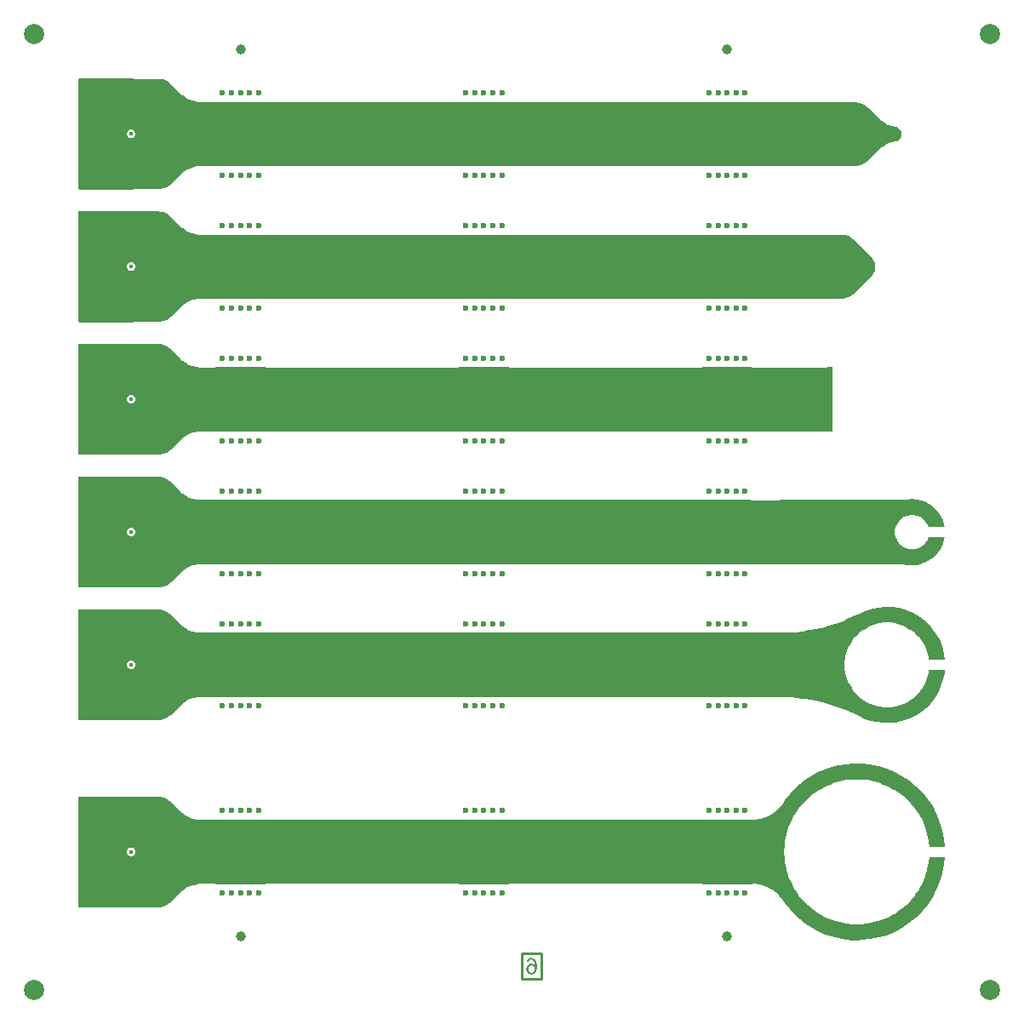
<source format=gbl>
%TF.GenerationSoftware,Altium Limited,Altium Designer,24.7.2 (38)*%
G04 Layer_Physical_Order=6*
G04 Layer_Color=16711680*
%FSLAX45Y45*%
%MOMM*%
%TF.SameCoordinates,9240EED7-9CEB-46DE-ACC5-CDE2BC50BDCE*%
%TF.FilePolarity,Positive*%
%TF.FileFunction,Copper,L6,Bot,Signal*%
%TF.Part,Single*%
G01*
G75*
%TA.AperFunction,SMDPad,CuDef*%
%ADD10C,1.00000*%
%TA.AperFunction,ConnectorPad*%
%ADD11R,5.50000X2.50000*%
%TA.AperFunction,NonConductor*%
%ADD13C,0.25400*%
%TA.AperFunction,WasherPad*%
%ADD15C,2.00000*%
%ADD16C,0.60000*%
%TA.AperFunction,ViaPad*%
%ADD17C,0.45000*%
G36*
X1483858Y6669411D02*
X1501055Y6668568D01*
X1535527Y6661713D01*
X1567298Y6648553D01*
X1596520Y6629026D01*
X1609285Y6617455D01*
X1703972Y6522767D01*
X1703974Y6522765D01*
X1703975Y6522764D01*
X1721664Y6505075D01*
X1724169Y6503402D01*
X1726299Y6501271D01*
X1767900Y6473474D01*
X1770683Y6472321D01*
X1773188Y6470647D01*
X1819413Y6451500D01*
X1822369Y6450912D01*
X1825152Y6449760D01*
X1874224Y6439999D01*
X1877237D01*
X1880192Y6439411D01*
X1905209Y6439412D01*
X2049998D01*
X2052950Y6439999D01*
X2547053D01*
X2550000Y6439413D01*
X4470000D01*
X4472947Y6439999D01*
X4967053D01*
X4970000Y6439413D01*
X6889999D01*
X6892947Y6439999D01*
X7387053D01*
X7390000Y6439413D01*
X8131934D01*
X8134882Y6439999D01*
X8189566D01*
X8189644Y5799998D01*
X8134885D01*
X8131936Y5800585D01*
X8131936D01*
X8131935D01*
X8120001Y5800585D01*
X7390001Y5800585D01*
Y5800587D01*
X2049999D01*
X2049998Y5800587D01*
X1905209D01*
X1905207Y5800586D01*
X1880193Y5800587D01*
X1877238Y5799999D01*
X1874225D01*
X1825153Y5790239D01*
X1822369Y5789086D01*
X1819414Y5788498D01*
X1773189Y5769351D01*
X1770684Y5767678D01*
X1767900Y5766524D01*
X1726299Y5738726D01*
X1724169Y5736596D01*
X1721664Y5734922D01*
X1703975Y5717232D01*
X1609282Y5622540D01*
X1596520Y5610974D01*
X1567298Y5591448D01*
X1535523Y5578288D01*
X1501053Y5571431D01*
X1483861Y5570586D01*
X690587Y5570586D01*
X690588Y6669412D01*
X1483858Y6669411D01*
D02*
G37*
G36*
X1492862Y7988968D02*
X1500772Y7988580D01*
X1521033Y7984593D01*
X1535380Y7981740D01*
X1555496Y7973439D01*
X1567213Y7968586D01*
X1589752Y7953547D01*
X1596505Y7949036D01*
X1608712Y7937975D01*
X1609284Y7937457D01*
X1703971Y7842770D01*
X1703974Y7842765D01*
X1721664Y7825075D01*
X1724169Y7823402D01*
X1726299Y7821271D01*
X1767901Y7793474D01*
X1770684Y7792321D01*
X1773189Y7790647D01*
X1819414Y7771500D01*
X1822370Y7770913D01*
X1825152Y7769760D01*
X1874225Y7759999D01*
X1877238D01*
X1880193Y7759411D01*
X1905210Y7759412D01*
X2049999D01*
X2052955Y7760000D01*
X2547047D01*
X2550000Y7759412D01*
X4470000D01*
X4472952Y7760000D01*
X4840904D01*
X4967047D01*
X4970000Y7759412D01*
X6890000D01*
X6892951Y7759999D01*
X7387049D01*
X7390000Y7759412D01*
X8289898D01*
X8325530Y7752325D01*
X8361878Y7737268D01*
X8394589Y7715410D01*
X8408498Y7701500D01*
X8408499Y7701501D01*
X8572465Y7537534D01*
X8582074Y7527931D01*
X8597174Y7505345D01*
X8607576Y7480247D01*
X8612881Y7453601D01*
X8612884Y7426433D01*
X8607587Y7399786D01*
X8597191Y7374685D01*
X8582096Y7352096D01*
X8572490Y7342491D01*
X8572491Y7342491D01*
X8408776Y7178777D01*
X8394824Y7164802D01*
X8361999Y7142840D01*
X8325516Y7127711D01*
X8289738Y7120588D01*
X7390000D01*
X7387045Y7120000D01*
X6892955D01*
X6890000Y7120588D01*
X4970000D01*
X4967045Y7120000D01*
X4472955D01*
X4470000Y7120588D01*
X2050000D01*
Y7120587D01*
X2049999Y7120587D01*
X1905210D01*
X1905195Y7120584D01*
X1880193Y7120585D01*
X1877239Y7119997D01*
X1874226Y7119997D01*
X1825154Y7110237D01*
X1822370Y7109085D01*
X1819415Y7108497D01*
X1773191Y7089350D01*
X1770686Y7087677D01*
X1767902Y7086524D01*
X1726301Y7058727D01*
X1724170Y7056597D01*
X1721665Y7054922D01*
X1703977Y7037234D01*
X1703976Y7037233D01*
X1609292Y6942549D01*
X1596521Y6930974D01*
X1567297Y6911448D01*
X1535525Y6898288D01*
X1501054Y6891431D01*
X1483878Y6890587D01*
X690588Y6890587D01*
X690589Y7989412D01*
X1483307D01*
X1492862Y7988968D01*
D02*
G37*
G36*
X1501055Y9308568D02*
X1535528Y9301711D01*
X1567300Y9288551D01*
X1596524Y9269024D01*
X1609286Y9257456D01*
X1703974Y9162768D01*
X1703976Y9162766D01*
X1703977Y9162765D01*
X1721665Y9145076D01*
X1724170Y9143403D01*
X1726301Y9141272D01*
X1767902Y9113475D01*
X1770686Y9112322D01*
X1773191Y9110649D01*
X1819415Y9091502D01*
X1822370Y9090914D01*
X1825154Y9089761D01*
X1870000Y9080840D01*
Y9080000D01*
X1874223D01*
X1874226Y9080000D01*
X1877239D01*
X1880193Y9079412D01*
X1905210Y9079412D01*
X2050000D01*
X2052956Y9080000D01*
X2547044D01*
X2550000Y9079412D01*
X4470000D01*
X4472956Y9080000D01*
X4967044D01*
X4970000Y9079412D01*
X6890000D01*
X6892956Y9080000D01*
X7387039D01*
X7390000Y9079411D01*
X8394058D01*
X8415973Y9078366D01*
X8459638Y9069717D01*
X8500059Y9052974D01*
X8537050Y9028214D01*
X8553284Y9013458D01*
X8653971Y8912772D01*
X8653972Y8912771D01*
X8653976Y8912767D01*
X8653977Y8912766D01*
X8653977Y8912765D01*
X8671658Y8895077D01*
X8674163Y8893402D01*
X8676295Y8891270D01*
X8717894Y8863467D01*
X8720680Y8862312D01*
X8723186Y8860638D01*
X8769412Y8841490D01*
X8772369Y8840902D01*
X8775154Y8839749D01*
X8824229Y8829993D01*
X8827244Y8829994D01*
X8830200Y8829406D01*
X8830632D01*
X8830633D01*
X8837530Y8826478D01*
X8849556Y8818211D01*
X8859692Y8807712D01*
X8867531Y8795403D01*
X8872757Y8781777D01*
X8875161Y8767383D01*
X8874904Y8760090D01*
X8874904D01*
X8875171Y8752793D01*
X8872782Y8738383D01*
X8867564Y8724741D01*
X8859729Y8712415D01*
X8849591Y8701901D01*
X8837558Y8693622D01*
X8830440Y8690598D01*
X8830207D01*
X8827248Y8690011D01*
X8824232Y8690012D01*
X8775153Y8680262D01*
X8772366Y8679108D01*
X8769408Y8678520D01*
X8723180Y8659371D01*
X8720672Y8657696D01*
X8717885Y8656540D01*
X8676287Y8628731D01*
X8674155Y8626598D01*
X8671648Y8624921D01*
X8653966Y8607221D01*
X8544120Y8497376D01*
X8530157Y8484721D01*
X8498245Y8463398D01*
X8463485Y8449000D01*
X8425842Y8441512D01*
X8407021Y8440588D01*
X7390000D01*
X7387048Y8440000D01*
X6892952D01*
X6890000Y8440588D01*
X4970000D01*
X4967047Y8440000D01*
X4472952D01*
X4470000Y8440588D01*
X2550000D01*
X2547048Y8440000D01*
X2052952D01*
X2050000Y8440588D01*
X1905211D01*
X1905206Y8440587D01*
X1880195Y8440587D01*
X1877245Y8440000D01*
X1870000D01*
Y8439159D01*
X1825155Y8430239D01*
X1822372Y8429086D01*
X1819417Y8428498D01*
X1773192Y8409351D01*
X1770687Y8407678D01*
X1767903Y8406524D01*
X1726302Y8378727D01*
X1724171Y8376597D01*
X1721667Y8374923D01*
X1703978Y8357234D01*
X1703977Y8357234D01*
X1609287Y8262543D01*
X1596522Y8250975D01*
X1567300Y8231449D01*
X1535526Y8218288D01*
X1501055Y8211432D01*
X1483853Y8210587D01*
X1324920D01*
X690589D01*
X690590Y9309413D01*
X1483831D01*
X1501055Y9308568D01*
D02*
G37*
G36*
X1483843Y5349411D02*
X1501056Y5348566D01*
X1535528Y5341712D01*
X1567299Y5328551D01*
X1596521Y5309024D01*
X1609286Y5297453D01*
X1703973Y5202766D01*
X1703975Y5202764D01*
X1703976Y5202763D01*
X1721665Y5185074D01*
X1724170Y5183400D01*
X1726300Y5181270D01*
X1767901Y5153473D01*
X1770684Y5152320D01*
X1773189Y5150646D01*
X1819414Y5131499D01*
X1822370Y5130911D01*
X1825153Y5129759D01*
X1874225Y5119998D01*
X1877238D01*
X1880193Y5119410D01*
X1905210Y5119410D01*
X2049999D01*
X2052958Y5119999D01*
X2547047D01*
X2550001Y5119411D01*
X4469999D01*
X4472952Y5119999D01*
X4967045D01*
X4969999Y5119411D01*
X6889999D01*
X6892952Y5119999D01*
X7377744D01*
X7378290Y5119634D01*
X7378422Y5119608D01*
X7378525Y5119540D01*
X7383572Y5118579D01*
X7388607Y5117337D01*
X7388612Y5117337D01*
X7389307Y5117443D01*
X7389995Y5117306D01*
X7390000D01*
X7390001Y5117305D01*
X7390126Y5117330D01*
X7390249Y5117307D01*
X7525196Y5118401D01*
X7795089Y5119976D01*
X8065074Y5120734D01*
X8334922Y5120674D01*
D01*
X8469921Y5120336D01*
X8469958Y5120344D01*
X8469995Y5120336D01*
X8470000D01*
X8470042Y5120345D01*
X8470084Y5120336D01*
X8523792Y5120489D01*
X8523792D01*
X8631176Y5120664D01*
D01*
X8738497Y5120664D01*
X8845880Y5120490D01*
X8845881D01*
X8899591Y5120337D01*
X8902382Y5120884D01*
X8905384Y5120858D01*
X8930155Y5125563D01*
X8979824Y5129318D01*
X9028928Y5125667D01*
X9076937Y5114736D01*
X9122780Y5096768D01*
X9165430Y5072167D01*
X9203936Y5041480D01*
X9237437Y5005394D01*
X9265182Y4964718D01*
X9286550Y4920360D01*
X9301067Y4873308D01*
X9304580Y4850000D01*
X9143385D01*
X9142879Y4852542D01*
X9132326Y4878020D01*
X9130652Y4880525D01*
X9129499Y4883308D01*
X9114178Y4906238D01*
X9112047Y4908369D01*
X9110374Y4910874D01*
X9090874Y4930374D01*
X9088368Y4932048D01*
X9086238Y4934178D01*
X9063309Y4949499D01*
X9060525Y4950652D01*
X9058020Y4952326D01*
X9032542Y4962879D01*
X9029587Y4963467D01*
X9026804Y4964620D01*
X8999756Y4970000D01*
X8996743D01*
X8993789Y4970588D01*
X8966211D01*
X8963256Y4970000D01*
X8960244D01*
X8933196Y4964620D01*
X8930413Y4963467D01*
X8927458Y4962879D01*
X8901980Y4952326D01*
X8899475Y4950652D01*
X8896691Y4949499D01*
X8873762Y4934178D01*
X8871631Y4932047D01*
X8869126Y4930374D01*
X8849626Y4910874D01*
X8847952Y4908368D01*
X8845822Y4906238D01*
X8830501Y4883308D01*
X8829348Y4880525D01*
X8827674Y4878020D01*
X8817121Y4852542D01*
X8816533Y4849587D01*
X8815380Y4846804D01*
X8810000Y4819756D01*
Y4816743D01*
X8809412Y4813789D01*
Y4800000D01*
Y4786211D01*
X8810000Y4783256D01*
Y4780244D01*
X8815380Y4753196D01*
X8816533Y4750414D01*
X8817121Y4747458D01*
X8827674Y4721980D01*
X8829348Y4719475D01*
X8830501Y4716691D01*
X8845822Y4693762D01*
X8847953Y4691631D01*
X8849626Y4689126D01*
X8869126Y4669626D01*
X8871631Y4667952D01*
X8873762Y4665822D01*
X8896691Y4650501D01*
X8899475Y4649348D01*
X8901980Y4647674D01*
X8927458Y4637121D01*
X8930413Y4636533D01*
X8933196Y4635380D01*
X8960244Y4630000D01*
X8963256D01*
X8966211Y4629412D01*
X8993789D01*
X8996743Y4630000D01*
X8999756D01*
X9026804Y4635380D01*
X9029586Y4636533D01*
X9032542Y4637121D01*
X9058020Y4647674D01*
X9060525Y4649348D01*
X9063309Y4650501D01*
X9086238Y4665822D01*
X9088369Y4667953D01*
X9090874Y4669626D01*
X9110374Y4689126D01*
X9112048Y4691631D01*
X9114178Y4693762D01*
X9129499Y4716691D01*
X9130652Y4719475D01*
X9132326Y4721980D01*
X9142879Y4747458D01*
X9143385Y4750000D01*
X9304554D01*
X9300985Y4726436D01*
X9286354Y4679243D01*
X9264821Y4634772D01*
X9236874Y4594028D01*
X9203138Y4557927D01*
X9164378Y4527285D01*
X9121467Y4502793D01*
X9075370Y4485001D01*
X9027131Y4474314D01*
X8977835Y4470970D01*
X8928018Y4475094D01*
X8903199Y4480004D01*
X8900202Y4480001D01*
X8897263Y4480585D01*
X2050000D01*
X2049999Y4480586D01*
X1905210D01*
X1905208Y4480585D01*
X1880194Y4480586D01*
X1877239Y4479998D01*
X1874226D01*
X1825154Y4470238D01*
X1822370Y4469085D01*
X1819415Y4468497D01*
X1773190Y4449350D01*
X1770685Y4447676D01*
X1767901Y4446523D01*
X1726300Y4418725D01*
X1724170Y4416595D01*
X1721665Y4414921D01*
X1703976Y4397231D01*
X1609283Y4302539D01*
X1596521Y4290973D01*
X1567299Y4271447D01*
X1535524Y4258286D01*
X1501054Y4251430D01*
X1483862Y4250585D01*
X690588Y4250585D01*
X690589Y5349411D01*
X894574D01*
X1483843Y5349411D01*
D02*
G37*
G36*
X8783140Y4056908D02*
X8856690Y4045333D01*
X8928150Y4024420D01*
X8996336Y3994514D01*
X9060124Y3956109D01*
X9118458Y3909841D01*
X9170377Y3856471D01*
X9215022Y3796884D01*
X9251654Y3732064D01*
X9279671Y3663079D01*
X9298608Y3591071D01*
X9306502Y3530000D01*
X9147634D01*
X9143653Y3560241D01*
X9143004Y3562151D01*
X9142872Y3564165D01*
X9129641Y3613547D01*
X9128748Y3615357D01*
X9128354Y3617336D01*
X9108790Y3664568D01*
X9107669Y3666245D01*
X9107020Y3668156D01*
X9081459Y3712431D01*
X9080128Y3713948D01*
X9079236Y3715758D01*
X9048113Y3756317D01*
X9046596Y3757648D01*
X9045475Y3759325D01*
X9009325Y3795475D01*
X9007648Y3796596D01*
X9006317Y3798113D01*
X8965758Y3829236D01*
X8963948Y3830128D01*
X8962431Y3831459D01*
X8918156Y3857020D01*
X8916246Y3857669D01*
X8914568Y3858790D01*
X8867336Y3878354D01*
X8865357Y3878748D01*
X8863547Y3879640D01*
X8814165Y3892872D01*
X8812152Y3893004D01*
X8810241Y3893653D01*
X8759554Y3900326D01*
X8757541Y3900194D01*
X8755562Y3900588D01*
X8704438D01*
X8702459Y3900194D01*
X8700445Y3900326D01*
X8649759Y3893653D01*
X8647848Y3893004D01*
X8645835Y3892872D01*
X8596453Y3879640D01*
X8594643Y3878748D01*
X8592664Y3878354D01*
X8545432Y3858790D01*
X8543754Y3857669D01*
X8541843Y3857020D01*
X8497569Y3831458D01*
X8496052Y3830128D01*
X8494242Y3829235D01*
X8453683Y3798113D01*
X8452352Y3796596D01*
X8450674Y3795475D01*
X8414524Y3759325D01*
X8413404Y3757648D01*
X8411886Y3756317D01*
X8380764Y3715758D01*
X8379871Y3713948D01*
X8378541Y3712431D01*
X8352979Y3668156D01*
X8352331Y3666245D01*
X8351210Y3664568D01*
X8331646Y3617335D01*
X8331252Y3615357D01*
X8330359Y3613547D01*
X8317127Y3564165D01*
X8316996Y3562151D01*
X8316347Y3560241D01*
X8309674Y3509554D01*
X8309806Y3507541D01*
X8309412Y3505562D01*
Y3480000D01*
Y3454438D01*
X8309806Y3452459D01*
X8309674Y3450445D01*
X8316347Y3399759D01*
X8316996Y3397848D01*
X8317127Y3395835D01*
X8330359Y3346453D01*
X8331252Y3344643D01*
X8331646Y3342664D01*
X8351210Y3295432D01*
X8352331Y3293754D01*
X8352979Y3291843D01*
X8378541Y3247569D01*
X8379872Y3246051D01*
X8380764Y3244242D01*
X8411886Y3203682D01*
X8413404Y3202352D01*
X8414524Y3200674D01*
X8450674Y3164524D01*
X8452352Y3163403D01*
X8453683Y3161886D01*
X8494242Y3130764D01*
X8496052Y3129871D01*
X8497569Y3128541D01*
X8541843Y3102979D01*
X8543754Y3102331D01*
X8545432Y3101210D01*
X8592664Y3081645D01*
X8594643Y3081252D01*
X8596453Y3080359D01*
X8645835Y3067127D01*
X8647849Y3066995D01*
X8649759Y3066347D01*
X8700446Y3059674D01*
X8702459Y3059806D01*
X8704438Y3059412D01*
X8755562D01*
X8757541Y3059806D01*
X8759554Y3059674D01*
X8810241Y3066347D01*
X8812151Y3066995D01*
X8814165Y3067127D01*
X8863547Y3080359D01*
X8865357Y3081252D01*
X8867336Y3081645D01*
X8914568Y3101210D01*
X8916246Y3102331D01*
X8918156Y3102979D01*
X8962431Y3128541D01*
X8963948Y3129872D01*
X8965758Y3130764D01*
X9006317Y3161886D01*
X9007648Y3163403D01*
X9009325Y3164524D01*
X9045475Y3200674D01*
X9046596Y3202352D01*
X9048113Y3203682D01*
X9079236Y3244242D01*
X9080128Y3246052D01*
X9081459Y3247569D01*
X9107020Y3291843D01*
X9107669Y3293754D01*
X9108790Y3295432D01*
X9128354Y3342664D01*
X9128748Y3344643D01*
X9129641Y3346453D01*
X9142872Y3395835D01*
X9143004Y3397848D01*
X9143653Y3399759D01*
X9147634Y3430000D01*
X9306541D01*
X9303092Y3394976D01*
X9292000Y3339214D01*
X9275495Y3284804D01*
X9253738Y3232278D01*
X9226936Y3182136D01*
X9195348Y3134860D01*
X9159279Y3090910D01*
X9119074Y3050706D01*
X9075126Y3014639D01*
X9027851Y2983051D01*
X8977707Y2956248D01*
X8925182Y2934492D01*
X8870771Y2917987D01*
X8815008Y2906895D01*
X8758054Y2901286D01*
X8730068Y2900599D01*
X8696237Y2901593D01*
X8627858Y2909703D01*
X8561356Y2925714D01*
X8496781Y2949616D01*
X8465459Y2964483D01*
X8465453Y2964485D01*
X8419907Y2987779D01*
X8419025Y2988029D01*
X8418273Y2988554D01*
X8322922Y3030411D01*
X8322027Y3030608D01*
X8321246Y3031088D01*
X8223588Y3067238D01*
X8222683Y3067382D01*
X8221875Y3067815D01*
X8122252Y3098132D01*
X8121340Y3098223D01*
X8120508Y3098607D01*
X8019268Y3122986D01*
X8018352Y3123023D01*
X8017498Y3123357D01*
X7914995Y3141713D01*
X7914078Y3141695D01*
X7913207Y3141978D01*
X7809798Y3154246D01*
X7808885Y3154174D01*
X7807997Y3154406D01*
X7704044Y3160542D01*
X7703136Y3160417D01*
X7702237Y3160595D01*
X7650170Y3160587D01*
X7390000Y3160588D01*
X7389982Y3160584D01*
X2049999D01*
X2049998Y3160584D01*
X1905210D01*
X1905204Y3160583D01*
X1880193Y3160584D01*
X1877238Y3159996D01*
X1874225D01*
X1825153Y3150237D01*
X1822369Y3149083D01*
X1819414Y3148496D01*
X1773189Y3129349D01*
X1770684Y3127675D01*
X1767901Y3126522D01*
X1726300Y3098724D01*
X1724169Y3096594D01*
X1721664Y3094920D01*
X1703976Y3077231D01*
X1703976Y3077231D01*
X1609289Y2982544D01*
X1596520Y2970971D01*
X1567297Y2951446D01*
X1535523Y2938285D01*
X1501053Y2931428D01*
X1483849Y2930583D01*
X690587D01*
X690588Y4029410D01*
X894574D01*
X1483832Y4029410D01*
X1501057Y4028565D01*
X1535526Y4021711D01*
X1567299Y4008550D01*
X1596520Y3989023D01*
X1609282Y3977455D01*
X1703972Y3882766D01*
X1703974Y3882763D01*
X1721663Y3865073D01*
X1724168Y3863399D01*
X1726299Y3861269D01*
X1767900Y3833471D01*
X1770684Y3832318D01*
X1773188Y3830645D01*
X1819414Y3811498D01*
X1822368Y3810910D01*
X1825152Y3809757D01*
X1874224Y3799996D01*
X1877237D01*
X1880192Y3799409D01*
X1905209Y3799409D01*
X2049998D01*
X2052957Y3799998D01*
X2547047D01*
X2550000Y3799410D01*
X4470000D01*
X4472953Y3799998D01*
X4967046D01*
X4970000Y3799410D01*
X6890000D01*
X6892953Y3799998D01*
X7387057D01*
X7390000Y3799412D01*
X7649955D01*
X7701266Y3798598D01*
X7702218Y3798772D01*
X7703174Y3798628D01*
X7806242Y3803427D01*
X7807181Y3803659D01*
X7808144Y3803575D01*
X7910712Y3814791D01*
X7911634Y3815082D01*
X7912601Y3815057D01*
X8014270Y3832646D01*
X8015172Y3832994D01*
X8016139Y3833030D01*
X8116513Y3856923D01*
X8117393Y3857326D01*
X8118355Y3857422D01*
X8217045Y3887527D01*
X8217897Y3887985D01*
X8218851Y3888141D01*
X8315472Y3924340D01*
X8316294Y3924849D01*
X8317237Y3925065D01*
X8411413Y3967217D01*
X8412202Y3967777D01*
X8413129Y3968051D01*
X8458017Y3991605D01*
X8458042Y3991611D01*
X8491946Y4008191D01*
X8562137Y4034481D01*
X8634635Y4051436D01*
X8708710Y4058954D01*
X8783140Y4056908D01*
D02*
G37*
G36*
X8472770Y2498343D02*
X8559030Y2489853D01*
X8643669Y2473021D01*
X8726253Y2447974D01*
X8805984Y2414952D01*
X8882095Y2374273D01*
X8953850Y2326330D01*
X9020562Y2271582D01*
X9081584Y2210561D01*
X9136332Y2143850D01*
X9184277Y2072094D01*
X9224956Y1995985D01*
X9257978Y1916256D01*
X9283027Y1833671D01*
X9299859Y1749031D01*
X9307639Y1670002D01*
X9149150D01*
X9143795Y1724367D01*
X9143355Y1725818D01*
Y1727336D01*
X9130128Y1793828D01*
X9129548Y1795230D01*
X9129399Y1796740D01*
X9109719Y1861616D01*
X9109004Y1862954D01*
X9108708Y1864442D01*
X9082764Y1927076D01*
X9081921Y1928338D01*
X9081480Y1929790D01*
X9049522Y1989580D01*
X9048559Y1990753D01*
X9047979Y1992155D01*
X9010314Y2048524D01*
X9009241Y2049597D01*
X9008526Y2050935D01*
X8965517Y2103341D01*
X8964344Y2104304D01*
X8963501Y2105566D01*
X8915563Y2153504D01*
X8914301Y2154347D01*
X8913339Y2155520D01*
X8860932Y2198528D01*
X8859594Y2199244D01*
X8858522Y2200316D01*
X8802152Y2237981D01*
X8800750Y2238562D01*
X8799578Y2239524D01*
X8739788Y2271483D01*
X8738336Y2271923D01*
X8737074Y2272766D01*
X8674439Y2298710D01*
X8672952Y2299006D01*
X8671613Y2299722D01*
X8606737Y2319402D01*
X8605227Y2319550D01*
X8603826Y2320131D01*
X8537333Y2333357D01*
X8535816D01*
X8534364Y2333797D01*
X8466895Y2340443D01*
X8465385Y2340294D01*
X8463897Y2340590D01*
X8396102D01*
X8394614Y2340294D01*
X8393104Y2340443D01*
X8325635Y2333797D01*
X8324184Y2333357D01*
X8322666D01*
X8256174Y2320131D01*
X8254772Y2319550D01*
X8253262Y2319402D01*
X8188386Y2299722D01*
X8187048Y2299006D01*
X8185560Y2298710D01*
X8122926Y2272766D01*
X8121664Y2271923D01*
X8120212Y2271483D01*
X8060422Y2239524D01*
X8059249Y2238562D01*
X8057847Y2237981D01*
X8001478Y2200316D01*
X8000405Y2199243D01*
X7999067Y2198528D01*
X7946661Y2155520D01*
X7945698Y2154347D01*
X7944436Y2153504D01*
X7896498Y2105566D01*
X7895655Y2104304D01*
X7894482Y2103341D01*
X7851474Y2050935D01*
X7850758Y2049597D01*
X7849686Y2048524D01*
X7812021Y1992155D01*
X7811440Y1990753D01*
X7810478Y1989580D01*
X7778519Y1929790D01*
X7778079Y1928338D01*
X7777236Y1927076D01*
X7751292Y1864442D01*
X7750996Y1862954D01*
X7750280Y1861616D01*
X7730600Y1796740D01*
X7730452Y1795230D01*
X7729871Y1793828D01*
X7716645Y1727336D01*
Y1725818D01*
X7716205Y1724366D01*
X7709560Y1656898D01*
X7709708Y1655388D01*
X7709412Y1653900D01*
Y1620002D01*
Y1586105D01*
X7709708Y1584617D01*
X7709560Y1583107D01*
X7716205Y1515638D01*
X7716645Y1514186D01*
Y1512669D01*
X7729871Y1446176D01*
X7730452Y1444775D01*
X7730600Y1443265D01*
X7750280Y1378389D01*
X7750996Y1377050D01*
X7751292Y1375563D01*
X7777236Y1312928D01*
X7778079Y1311666D01*
X7778519Y1310214D01*
X7810478Y1250424D01*
X7811440Y1249252D01*
X7812021Y1247850D01*
X7849686Y1191480D01*
X7850759Y1190407D01*
X7851474Y1189070D01*
X7894482Y1136663D01*
X7895655Y1135701D01*
X7896498Y1134439D01*
X7944436Y1086500D01*
X7945698Y1085657D01*
X7946661Y1084485D01*
X7999067Y1041476D01*
X8000405Y1040761D01*
X8001478Y1039688D01*
X8057847Y1002023D01*
X8059249Y1001442D01*
X8060422Y1000480D01*
X8120212Y968522D01*
X8121664Y968081D01*
X8122926Y967238D01*
X8185560Y941294D01*
X8187048Y940998D01*
X8188386Y940283D01*
X8253262Y920603D01*
X8254772Y920454D01*
X8256174Y919874D01*
X8322666Y906647D01*
X8324184D01*
X8325636Y906207D01*
X8393104Y899562D01*
X8394614Y899711D01*
X8396102Y899415D01*
X8463897D01*
X8465385Y899711D01*
X8466895Y899562D01*
X8534364Y906207D01*
X8535816Y906647D01*
X8537333D01*
X8603826Y919874D01*
X8605227Y920454D01*
X8606737Y920603D01*
X8671613Y940283D01*
X8672952Y940998D01*
X8674439Y941294D01*
X8737074Y967238D01*
X8738336Y968081D01*
X8739788Y968522D01*
X8799578Y1000480D01*
X8800750Y1001442D01*
X8802152Y1002023D01*
X8858522Y1039688D01*
X8859595Y1040761D01*
X8860932Y1041476D01*
X8913339Y1084485D01*
X8914301Y1085658D01*
X8915563Y1086501D01*
X8963502Y1134439D01*
X8964345Y1135701D01*
X8965517Y1136663D01*
X9008526Y1189070D01*
X9009241Y1190408D01*
X9010314Y1191480D01*
X9047979Y1247850D01*
X9048559Y1249252D01*
X9049522Y1250424D01*
X9081480Y1310214D01*
X9081921Y1311666D01*
X9082764Y1312928D01*
X9108708Y1375563D01*
X9109004Y1377050D01*
X9109719Y1378389D01*
X9129399Y1443265D01*
X9129548Y1444775D01*
X9130128Y1446176D01*
X9143355Y1512669D01*
Y1514186D01*
X9143795Y1515638D01*
X9149150Y1570002D01*
X9307627D01*
X9299841Y1490954D01*
X9283006Y1406317D01*
X9257955Y1323734D01*
X9224932Y1244010D01*
X9184252Y1167903D01*
X9136308Y1096149D01*
X9081562Y1029442D01*
X9020541Y968420D01*
X8953835Y913676D01*
X8882081Y865732D01*
X8805976Y825053D01*
X8726248Y792028D01*
X8643667Y766978D01*
X8559030Y750142D01*
X8472777Y741647D01*
X8429897Y740594D01*
X8394049Y741333D01*
X8321613Y747311D01*
X8250226Y759174D01*
X8180060Y776866D01*
X8111582Y800269D01*
X8045264Y829223D01*
X7981548Y863535D01*
X7920872Y902967D01*
X7863644Y947257D01*
X7810251Y996103D01*
X7761056Y1049175D01*
X7716198Y1106358D01*
X7695482Y1136418D01*
X7695463Y1136436D01*
X7684404Y1153215D01*
X7683066Y1154570D01*
X7682136Y1156233D01*
X7655195Y1187816D01*
X7653699Y1188996D01*
X7652572Y1190532D01*
X7621945Y1218555D01*
X7620315Y1219542D01*
X7619007Y1220927D01*
X7585161Y1244963D01*
X7583422Y1245742D01*
X7581954Y1246955D01*
X7545405Y1266639D01*
X7543583Y1267197D01*
X7541976Y1268220D01*
X7503281Y1283251D01*
X7501405Y1283581D01*
X7499684Y1284398D01*
X7459431Y1294547D01*
X7457528Y1294643D01*
X7455720Y1295242D01*
X7414523Y1300354D01*
X7412623Y1300216D01*
X7410755Y1300587D01*
X7389998Y1300586D01*
X7387049Y1299999D01*
X6892959D01*
X6890000Y1300588D01*
X4969999D01*
X4967040Y1299999D01*
X4472951D01*
X4469999Y1300586D01*
X2549999D01*
X2547047Y1299999D01*
X2052957D01*
X2049999Y1300588D01*
X1905210D01*
X1905205Y1300587D01*
X1880194Y1300588D01*
X1877238Y1300000D01*
X1874226D01*
X1825153Y1290240D01*
X1822369Y1289087D01*
X1819415Y1288499D01*
X1773189Y1269352D01*
X1770684Y1267678D01*
X1767901Y1266525D01*
X1726300Y1238728D01*
X1724169Y1236597D01*
X1721664Y1234923D01*
X1703975Y1217233D01*
X1609287Y1122545D01*
X1596521Y1110975D01*
X1567297Y1091448D01*
X1535525Y1078288D01*
X1501054Y1071432D01*
X1483849Y1070587D01*
X690588D01*
X690588Y2169413D01*
X1483828D01*
X1501058Y2168569D01*
X1535527Y2161714D01*
X1567300Y2148554D01*
X1596521Y2129027D01*
X1609284Y2117456D01*
X1703973Y2022768D01*
X1703974Y2022766D01*
X1721664Y2005077D01*
X1724169Y2003403D01*
X1726299Y2001272D01*
X1767900Y1973475D01*
X1770685Y1972321D01*
X1773189Y1970648D01*
X1819414Y1951501D01*
X1822369Y1950913D01*
X1825152Y1949760D01*
X1874225Y1940000D01*
X1877237D01*
X1880192Y1939412D01*
X1905209Y1939412D01*
X2049999D01*
X2052952Y1940000D01*
X2547046D01*
X2550000Y1939412D01*
X4470000D01*
X4472953Y1940000D01*
X4967046D01*
X4970000Y1939412D01*
X6890000D01*
X6892953Y1940000D01*
X7387038D01*
X7389990Y1939412D01*
X7410751Y1939410D01*
X7412620Y1939782D01*
X7414520Y1939643D01*
X7455727Y1944755D01*
X7457535Y1945353D01*
X7459437Y1945449D01*
X7499701Y1955598D01*
X7501422Y1956415D01*
X7503298Y1956745D01*
X7542004Y1971777D01*
X7543612Y1972799D01*
X7545432Y1973358D01*
X7581993Y1993043D01*
X7583461Y1994255D01*
X7585200Y1995034D01*
X7619057Y2019073D01*
X7620365Y2020457D01*
X7621994Y2021444D01*
X7652632Y2049471D01*
X7653759Y2051006D01*
X7655255Y2052186D01*
X7682206Y2083773D01*
X7683136Y2085436D01*
X7684475Y2086791D01*
X7695682Y2103789D01*
X7716266Y2133654D01*
X7761126Y2190836D01*
X7810322Y2243905D01*
X7863718Y2292751D01*
X7920949Y2337041D01*
X7981627Y2376473D01*
X8045341Y2410781D01*
X8111664Y2439736D01*
X8180139Y2463136D01*
X8250312Y2480829D01*
X8321698Y2492690D01*
X8394134Y2498667D01*
X8429669Y2499398D01*
X8472770Y2498343D01*
D02*
G37*
G36*
X5195082Y564313D02*
X5199401Y563649D01*
X5203554Y562818D01*
X5207375Y561655D01*
X5211029Y560160D01*
X5214352Y558665D01*
X5217342Y557004D01*
X5220166Y555343D01*
X5222657Y553516D01*
X5224651Y551854D01*
X5226478Y550359D01*
X5228139Y548864D01*
X5229302Y547701D01*
X5230133Y546871D01*
X5230631Y546206D01*
X5230797Y546040D01*
X5233787Y541887D01*
X5236445Y537070D01*
X5238771Y531920D01*
X5240764Y526605D01*
X5242259Y521123D01*
X5243754Y515475D01*
X5244917Y509827D01*
X5245747Y504345D01*
X5246412Y499196D01*
X5247076Y494378D01*
X5247409Y490059D01*
X5247575Y488066D01*
Y486239D01*
X5247741Y484577D01*
Y483082D01*
X5247907Y481753D01*
Y480591D01*
Y479760D01*
Y479096D01*
Y478763D01*
Y478597D01*
X5247741Y471122D01*
X5247242Y464145D01*
X5246412Y457667D01*
X5245415Y451686D01*
X5244252Y446371D01*
X5243090Y441553D01*
X5241595Y437068D01*
X5240100Y433248D01*
X5238771Y429759D01*
X5237276Y426935D01*
X5236113Y424443D01*
X5234784Y422450D01*
X5233953Y420955D01*
X5233123Y419792D01*
X5232624Y419128D01*
X5232458Y418962D01*
X5229468Y415805D01*
X5226312Y412981D01*
X5222990Y410656D01*
X5219667Y408662D01*
X5216345Y406835D01*
X5213023Y405340D01*
X5209700Y404177D01*
X5206710Y403347D01*
X5203720Y402516D01*
X5201062Y402018D01*
X5198571Y401519D01*
X5196577Y401353D01*
X5194750Y401187D01*
X5193587Y401021D01*
X5192424D01*
X5187108Y401353D01*
X5182291Y402018D01*
X5177972Y403181D01*
X5175979Y403845D01*
X5174151Y404509D01*
X5172490Y405008D01*
X5170995Y405672D01*
X5169666Y406337D01*
X5168670Y406835D01*
X5167839Y407167D01*
X5167175Y407500D01*
X5166842Y407832D01*
X5166676D01*
X5162689Y410656D01*
X5159035Y413812D01*
X5155879Y417134D01*
X5153387Y420290D01*
X5151394Y423114D01*
X5150563Y424443D01*
X5149899Y425440D01*
X5149400Y426437D01*
X5149068Y427101D01*
X5148736Y427433D01*
Y427600D01*
X5146576Y432583D01*
X5144915Y437400D01*
X5143752Y442218D01*
X5142922Y446537D01*
X5142589Y448364D01*
X5142423Y450191D01*
X5142257Y451853D01*
Y453181D01*
X5142091Y454178D01*
Y455009D01*
Y455507D01*
Y455673D01*
X5142257Y459826D01*
X5142756Y463813D01*
X5143420Y467634D01*
X5144251Y471122D01*
X5145247Y474444D01*
X5146576Y477601D01*
X5147739Y480424D01*
X5149068Y482916D01*
X5150397Y485242D01*
X5151560Y487235D01*
X5152722Y489063D01*
X5153885Y490391D01*
X5154716Y491554D01*
X5155380Y492385D01*
X5155879Y492883D01*
X5156045Y493049D01*
X5158703Y495707D01*
X5161361Y497867D01*
X5164184Y499860D01*
X5167008Y501521D01*
X5169832Y502850D01*
X5172656Y504179D01*
X5175314Y505010D01*
X5177972Y505840D01*
X5180298Y506505D01*
X5182457Y506837D01*
X5184451Y507169D01*
X5186112Y507501D01*
X5187607D01*
X5188604Y507668D01*
X5189434D01*
X5193587Y507501D01*
X5197574Y506837D01*
X5201228Y506006D01*
X5204385Y505010D01*
X5207209Y504013D01*
X5208371Y503515D01*
X5209202Y503182D01*
X5210033Y502850D01*
X5210531Y502518D01*
X5210863Y502352D01*
X5211029D01*
X5214684Y500192D01*
X5218006Y497534D01*
X5220996Y494877D01*
X5223488Y492385D01*
X5225481Y489893D01*
X5226976Y488066D01*
X5227641Y487235D01*
X5227973Y486737D01*
X5228139Y486405D01*
X5228305Y486239D01*
X5228139Y490558D01*
X5227973Y494710D01*
X5227807Y498531D01*
X5227309Y502186D01*
X5226976Y505508D01*
X5226478Y508498D01*
X5225980Y511322D01*
X5225481Y513814D01*
X5224983Y515973D01*
X5224485Y517967D01*
X5223986Y519628D01*
X5223654Y520957D01*
X5223322Y521953D01*
X5222990Y522618D01*
X5222823Y523116D01*
Y523282D01*
X5220664Y527934D01*
X5218338Y531920D01*
X5215847Y535243D01*
X5213521Y538067D01*
X5211361Y540226D01*
X5209700Y541721D01*
X5209036Y542386D01*
X5208537Y542718D01*
X5208371Y543050D01*
X5208205D01*
X5205381Y544877D01*
X5202557Y546206D01*
X5199733Y547037D01*
X5197242Y547701D01*
X5194916Y548034D01*
X5193255Y548366D01*
X5191594D01*
X5189434Y548200D01*
X5187275Y548034D01*
X5183454Y547037D01*
X5180132Y545708D01*
X5177308Y544213D01*
X5174982Y542552D01*
X5173321Y541223D01*
X5172656Y540725D01*
X5172158Y540226D01*
X5171992Y540060D01*
X5171826Y539894D01*
X5170165Y537735D01*
X5168670Y535077D01*
X5167341Y532253D01*
X5166344Y529595D01*
X5165513Y527103D01*
X5164849Y524944D01*
X5164683Y524279D01*
X5164517Y523615D01*
X5164351Y523282D01*
Y523116D01*
X5144749Y524611D01*
X5145247Y527934D01*
X5146078Y531256D01*
X5147075Y534246D01*
X5148071Y537070D01*
X5149234Y539562D01*
X5150397Y542054D01*
X5151726Y544213D01*
X5153055Y546206D01*
X5154218Y548034D01*
X5155380Y549529D01*
X5156543Y550858D01*
X5157374Y551854D01*
X5158204Y552685D01*
X5158869Y553349D01*
X5159201Y553682D01*
X5159367Y553848D01*
X5161693Y555675D01*
X5164184Y557336D01*
X5166676Y558831D01*
X5169334Y559994D01*
X5171992Y560991D01*
X5174484Y561821D01*
X5179467Y563150D01*
X5181627Y563649D01*
X5183786Y563981D01*
X5185613Y564147D01*
X5187275Y564313D01*
X5188604Y564479D01*
X5190431D01*
X5195082Y564313D01*
D02*
G37*
%LPC*%
G36*
X1218453Y6162498D02*
X1201546D01*
X1185925Y6156028D01*
X1173970Y6144072D01*
X1167500Y6128452D01*
Y6111544D01*
X1173970Y6095924D01*
X1185925Y6083968D01*
X1201546Y6077498D01*
X1218453D01*
X1234073Y6083968D01*
X1246029Y6095924D01*
X1252499Y6111544D01*
Y6128452D01*
X1246029Y6144072D01*
X1234073Y6156028D01*
X1218453Y6162498D01*
D02*
G37*
G36*
X1218454Y7482499D02*
X1201546D01*
X1185926Y7476029D01*
X1173970Y7464073D01*
X1167500Y7448453D01*
Y7431545D01*
X1173970Y7415925D01*
X1185926Y7403969D01*
X1201546Y7397499D01*
X1218454D01*
X1234074Y7403969D01*
X1246030Y7415925D01*
X1252500Y7431545D01*
Y7448453D01*
X1246030Y7464073D01*
X1234074Y7476029D01*
X1218454Y7482499D01*
D02*
G37*
G36*
Y8802500D02*
X1201546D01*
X1185926Y8796030D01*
X1173970Y8784075D01*
X1167500Y8768454D01*
Y8751547D01*
X1173970Y8735926D01*
X1185926Y8723971D01*
X1201546Y8717501D01*
X1218454D01*
X1234074Y8723971D01*
X1246030Y8735926D01*
X1252500Y8751547D01*
Y8768454D01*
X1246030Y8784075D01*
X1234074Y8796030D01*
X1218454Y8802500D01*
D02*
G37*
G36*
X1218454Y4842497D02*
X1201547D01*
X1185926Y4836026D01*
X1173971Y4824071D01*
X1167501Y4808450D01*
Y4791543D01*
X1173971Y4775923D01*
X1185926Y4763967D01*
X1201547Y4757497D01*
X1218454D01*
X1234074Y4763967D01*
X1246030Y4775923D01*
X1252500Y4791543D01*
Y4808450D01*
X1246030Y4824071D01*
X1234074Y4836026D01*
X1218454Y4842497D01*
D02*
G37*
G36*
X1218453Y3522495D02*
X1201546D01*
X1185925Y3516025D01*
X1173970Y3504070D01*
X1167500Y3488449D01*
Y3471542D01*
X1173970Y3455921D01*
X1185925Y3443966D01*
X1201546Y3437496D01*
X1218453D01*
X1234074Y3443966D01*
X1246029Y3455921D01*
X1252499Y3471542D01*
Y3488449D01*
X1246029Y3504070D01*
X1234074Y3516025D01*
X1218453Y3522495D01*
D02*
G37*
G36*
X1218453Y1662498D02*
X1201546D01*
X1185925Y1656027D01*
X1173970Y1644072D01*
X1167500Y1628451D01*
Y1611544D01*
X1173970Y1595924D01*
X1185925Y1583968D01*
X1201546Y1577498D01*
X1218453D01*
X1234073Y1583968D01*
X1246029Y1595924D01*
X1252499Y1611544D01*
Y1628451D01*
X1246029Y1644072D01*
X1234073Y1656027D01*
X1218453Y1662498D01*
D02*
G37*
G36*
X5194916Y490391D02*
X5193587D01*
X5191095Y490225D01*
X5188770Y490059D01*
X5186444Y489561D01*
X5184285Y488896D01*
X5180464Y487401D01*
X5177308Y485574D01*
X5175813Y484744D01*
X5174650Y483747D01*
X5173653Y482916D01*
X5172823Y482252D01*
X5171992Y481587D01*
X5171494Y481255D01*
X5171327Y480923D01*
X5171161Y480757D01*
X5169666Y478929D01*
X5168171Y476936D01*
X5167008Y474777D01*
X5166012Y472617D01*
X5164517Y468298D01*
X5163520Y463979D01*
X5163022Y462152D01*
X5162856Y460324D01*
X5162689Y458663D01*
X5162523Y457334D01*
X5162357Y456172D01*
Y455175D01*
Y454677D01*
Y454510D01*
X5162523Y451354D01*
X5162689Y448364D01*
X5163188Y445540D01*
X5163686Y442882D01*
X5164351Y440557D01*
X5165181Y438231D01*
X5166012Y436238D01*
X5166842Y434410D01*
X5167673Y432749D01*
X5168504Y431254D01*
X5169168Y429925D01*
X5169999Y428929D01*
X5170497Y428098D01*
X5170995Y427600D01*
X5171161Y427267D01*
X5171327Y427101D01*
X5172989Y425274D01*
X5174816Y423779D01*
X5176643Y422450D01*
X5178470Y421287D01*
X5180298Y420457D01*
X5182125Y419626D01*
X5185447Y418463D01*
X5188271Y417633D01*
X5189600Y417467D01*
X5190597Y417300D01*
X5191594Y417134D01*
X5192756D01*
X5195913Y417300D01*
X5198903Y417965D01*
X5201727Y418629D01*
X5204218Y419626D01*
X5206212Y420457D01*
X5207873Y421287D01*
X5208870Y421786D01*
X5209036Y421952D01*
X5209202D01*
X5211860Y423945D01*
X5214352Y426271D01*
X5216345Y428596D01*
X5218006Y430756D01*
X5219335Y432915D01*
X5220332Y434576D01*
X5220664Y435241D01*
X5220996Y435739D01*
X5221162Y435905D01*
Y436072D01*
X5222491Y439560D01*
X5223488Y443048D01*
X5224318Y446371D01*
X5224817Y449361D01*
X5225149Y451853D01*
Y453015D01*
X5225315Y453846D01*
Y454677D01*
Y455175D01*
Y455507D01*
Y455673D01*
X5225149Y458497D01*
X5224983Y461155D01*
X5223820Y466139D01*
X5223156Y468298D01*
X5222491Y470458D01*
X5221661Y472285D01*
X5220664Y473946D01*
X5219833Y475607D01*
X5219003Y476936D01*
X5218338Y478099D01*
X5217674Y479096D01*
X5217009Y479760D01*
X5216511Y480258D01*
X5216345Y480591D01*
X5216179Y480757D01*
X5214352Y482418D01*
X5212524Y483913D01*
X5210697Y485242D01*
X5208704Y486405D01*
X5206876Y487235D01*
X5204883Y488066D01*
X5201394Y489229D01*
X5198238Y489893D01*
X5196909Y490059D01*
X5195747Y490225D01*
X5194916Y490391D01*
D02*
G37*
%LPD*%
D10*
X2300000Y9600000D02*
D03*
X7140000Y9599999D02*
D03*
Y779998D02*
D03*
X2299999Y779999D02*
D03*
D11*
X965000Y3054998D02*
D03*
Y3904998D02*
D03*
X965001Y4374999D02*
D03*
Y5224999D02*
D03*
X965000Y2045000D02*
D03*
Y1195000D02*
D03*
Y4375000D02*
D03*
Y5225000D02*
D03*
X965000Y8335000D02*
D03*
Y9185000D02*
D03*
X965000Y7015000D02*
D03*
Y7865000D02*
D03*
Y6545000D02*
D03*
Y5695000D02*
D03*
Y3905000D02*
D03*
Y3055000D02*
D03*
D13*
X5289999Y355500D02*
Y610000D01*
X5099999Y355500D02*
X5289999D01*
X5099999D02*
Y610000D01*
X5289999D01*
D15*
X250000Y250000D02*
D03*
X9750000D02*
D03*
Y9750000D02*
D03*
X250000D02*
D03*
D16*
X7230000Y9169999D02*
D03*
X7050000D02*
D03*
X7140000D02*
D03*
X6960000D02*
D03*
X7320000D02*
D03*
X7230000Y7849999D02*
D03*
X7050000D02*
D03*
X7140000D02*
D03*
X6960000D02*
D03*
X7320000D02*
D03*
X7230000Y8349999D02*
D03*
X7050000D02*
D03*
X7140000D02*
D03*
X6960000D02*
D03*
X7320000D02*
D03*
Y7029999D02*
D03*
X6960000D02*
D03*
X7140000D02*
D03*
X7050000D02*
D03*
X7230000D02*
D03*
X7320000Y6529999D02*
D03*
X6960000D02*
D03*
X7140000D02*
D03*
X7050000D02*
D03*
X7230000D02*
D03*
X2390000Y6530000D02*
D03*
X2210000D02*
D03*
X2300000D02*
D03*
X2120000D02*
D03*
X2480000D02*
D03*
X4810000D02*
D03*
X4630000D02*
D03*
X4720000D02*
D03*
X4540000D02*
D03*
X4900000D02*
D03*
X7229999Y5209998D02*
D03*
X7049999D02*
D03*
X7139999D02*
D03*
X6959999D02*
D03*
X7319999D02*
D03*
X7229999Y5709998D02*
D03*
X7049999D02*
D03*
X7139999D02*
D03*
X6959999D02*
D03*
X7319999D02*
D03*
X7320000Y4389997D02*
D03*
X6960000D02*
D03*
X7140000D02*
D03*
X7050000D02*
D03*
X7230000D02*
D03*
X7320000Y3889997D02*
D03*
X6960000D02*
D03*
X7140000D02*
D03*
X7050000D02*
D03*
X7230000D02*
D03*
X7320000Y3069995D02*
D03*
X6959999D02*
D03*
X7139999D02*
D03*
X7049999D02*
D03*
X7230000D02*
D03*
X4719999Y1209999D02*
D03*
X7230000Y2029999D02*
D03*
X7050000D02*
D03*
X7140000D02*
D03*
X6960000D02*
D03*
X7320000D02*
D03*
X7230000Y1209998D02*
D03*
X7050000D02*
D03*
X7140000D02*
D03*
X6960000D02*
D03*
X7320000D02*
D03*
X4900000Y2030000D02*
D03*
X4540000D02*
D03*
X4720000D02*
D03*
X4630000D02*
D03*
X4810000D02*
D03*
X2390000D02*
D03*
X2210000D02*
D03*
X2300000D02*
D03*
X2120000D02*
D03*
X2480000D02*
D03*
X2119999Y1209999D02*
D03*
X2389999D02*
D03*
X2209999D02*
D03*
X2299999D02*
D03*
X2479999D02*
D03*
X4899999D02*
D03*
X4539999D02*
D03*
X4629999D02*
D03*
X4809999D02*
D03*
X4809999Y3069997D02*
D03*
X4629999D02*
D03*
X4719999D02*
D03*
X4539999D02*
D03*
X4899999D02*
D03*
X2480000D02*
D03*
X2299999D02*
D03*
X2209999D02*
D03*
X2390000D02*
D03*
X2119999D02*
D03*
X2480000Y3889998D02*
D03*
X2120000D02*
D03*
X2300000D02*
D03*
X2210000D02*
D03*
X2390000D02*
D03*
X4810000D02*
D03*
X4630000D02*
D03*
X4720000D02*
D03*
X4540000D02*
D03*
X4900000D02*
D03*
X4810000Y4389998D02*
D03*
X4630000D02*
D03*
X4720000D02*
D03*
X4540000D02*
D03*
X4900000D02*
D03*
X2480000D02*
D03*
X2300000D02*
D03*
X2210000D02*
D03*
X2390000D02*
D03*
X2120000D02*
D03*
X2119999Y5709999D02*
D03*
X2389999D02*
D03*
X2209999D02*
D03*
X2299999D02*
D03*
X2479999D02*
D03*
X4899999D02*
D03*
X4539999D02*
D03*
X4719999D02*
D03*
X4629999D02*
D03*
X4809999D02*
D03*
X2120000Y7850000D02*
D03*
X2210000D02*
D03*
X2300000D02*
D03*
X2390000D02*
D03*
X2480000D02*
D03*
X4899999Y5209999D02*
D03*
X4539999D02*
D03*
X4719999D02*
D03*
X4629999D02*
D03*
X4809999D02*
D03*
X2389999D02*
D03*
X2209999D02*
D03*
X2299999D02*
D03*
X2119999D02*
D03*
X2479999D02*
D03*
X2390000Y7030000D02*
D03*
X2210000D02*
D03*
X2300000D02*
D03*
X2120000D02*
D03*
X2480000D02*
D03*
X4900000D02*
D03*
X4540000D02*
D03*
X4720000D02*
D03*
X4630000D02*
D03*
X4810000D02*
D03*
X4900000Y9170000D02*
D03*
X4540000D02*
D03*
X4720000D02*
D03*
X4630000D02*
D03*
X4810000D02*
D03*
X2480000D02*
D03*
X2120000D02*
D03*
X2300000D02*
D03*
X2210000D02*
D03*
X2390000D02*
D03*
X4900000Y8350000D02*
D03*
X4540000D02*
D03*
X4720000D02*
D03*
X4630000D02*
D03*
X4810000D02*
D03*
Y7850000D02*
D03*
X4630000D02*
D03*
X4720000D02*
D03*
X4540000D02*
D03*
X4900000D02*
D03*
X2390000Y8350000D02*
D03*
X2210000D02*
D03*
X2300000D02*
D03*
X2120000D02*
D03*
X2480000D02*
D03*
D17*
X7612486Y1569998D02*
D03*
X7552486D02*
D03*
X7682500Y1580000D02*
D03*
Y1645000D02*
D03*
X7687500Y1710000D02*
D03*
X7697500Y1775000D02*
D03*
X7715000Y1840000D02*
D03*
X7737500Y1902500D02*
D03*
X7765000Y1962500D02*
D03*
X7800000Y2020000D02*
D03*
X7837500Y2075000D02*
D03*
X7880000Y2125000D02*
D03*
X7927500Y2172500D02*
D03*
X7977500Y2215000D02*
D03*
X8032500Y2252500D02*
D03*
X8090000Y2285000D02*
D03*
X8150000Y2312500D02*
D03*
X8212500Y2335000D02*
D03*
X8277500Y2352500D02*
D03*
X8342500Y2362500D02*
D03*
X8407500Y2367500D02*
D03*
X8472500Y2365000D02*
D03*
X8537500Y2360000D02*
D03*
X8602500Y2347500D02*
D03*
X8665000Y2327500D02*
D03*
X8727500Y2305000D02*
D03*
X8787500Y2275000D02*
D03*
X8845000Y2240000D02*
D03*
X8900000Y2200000D02*
D03*
X8950000Y2157500D02*
D03*
X8995000Y2107500D02*
D03*
X9037500Y2057500D02*
D03*
X9072500Y2002500D02*
D03*
X9105000Y1945000D02*
D03*
X9130000Y1885000D02*
D03*
X9150000Y1822500D02*
D03*
X9165000Y1757500D02*
D03*
X9175000Y1692500D02*
D03*
X7702500Y1450000D02*
D03*
X7717500Y1390000D02*
D03*
X7742500Y1330000D02*
D03*
X7770000Y1270000D02*
D03*
X7805000Y1215000D02*
D03*
X7842500Y1160000D02*
D03*
X7885000Y1110000D02*
D03*
X7932500Y1065000D02*
D03*
X7982500Y1022500D02*
D03*
X8037500Y985000D02*
D03*
X8095000Y952500D02*
D03*
X8155000Y925000D02*
D03*
X8217500Y902500D02*
D03*
X8282500Y887500D02*
D03*
X8347500Y877500D02*
D03*
X8412500Y875000D02*
D03*
X8477500D02*
D03*
X8542500Y882500D02*
D03*
X8607500Y895000D02*
D03*
X8672500Y912500D02*
D03*
X8732500Y937500D02*
D03*
X8792500Y965000D02*
D03*
X8847500Y1000000D02*
D03*
X8900000Y1040000D02*
D03*
X8950000Y1082500D02*
D03*
X8995000Y1130000D02*
D03*
X9035000Y1182500D02*
D03*
X9072500Y1237500D02*
D03*
X9105000Y1295000D02*
D03*
X9130000Y1355000D02*
D03*
X9152500Y1417500D02*
D03*
X9165000Y1482500D02*
D03*
X9175000Y1547500D02*
D03*
X7527500Y1382500D02*
D03*
X7532500Y1850000D02*
D03*
X7565000Y1282500D02*
D03*
X7505000Y1307500D02*
D03*
X7440000Y1320000D02*
D03*
X7560000Y1955000D02*
D03*
X7500000Y1930000D02*
D03*
X7582500Y1717500D02*
D03*
X7595000Y1782500D02*
D03*
X7610000Y1847500D02*
D03*
X7630000Y1910000D02*
D03*
X7655000Y1970000D02*
D03*
X7685000Y2030000D02*
D03*
X7717500Y2087500D02*
D03*
X7755000Y2142500D02*
D03*
X7797500Y2192500D02*
D03*
X7845000Y2237500D02*
D03*
X7892500Y2282500D02*
D03*
X7945000Y2322500D02*
D03*
X8000000Y2357500D02*
D03*
X8060000Y2387500D02*
D03*
X8120000Y2415000D02*
D03*
X8182500Y2435000D02*
D03*
X8247500Y2452500D02*
D03*
X8312500Y2465000D02*
D03*
X8377500Y2470000D02*
D03*
X8442500Y2472500D02*
D03*
X8507500Y2470000D02*
D03*
X8572500Y2460000D02*
D03*
X8637500Y2447500D02*
D03*
X8700000Y2427500D02*
D03*
X8762500Y2405000D02*
D03*
X8822500Y2375000D02*
D03*
X8880000Y2342500D02*
D03*
X8935000Y2307500D02*
D03*
X8987500Y2265000D02*
D03*
X9035000Y2220000D02*
D03*
X9080000Y2172500D02*
D03*
X9120000Y2120000D02*
D03*
X9157500Y2065000D02*
D03*
X9190000Y2007500D02*
D03*
X9215000Y1947500D02*
D03*
X9240000Y1887500D02*
D03*
X9257500Y1822500D02*
D03*
X9270000Y1757500D02*
D03*
X9277500Y1692500D02*
D03*
X7575000Y1455000D02*
D03*
X7607500Y1397500D02*
D03*
X7627500Y1335000D02*
D03*
X7652500Y1272500D02*
D03*
X7680000Y1212500D02*
D03*
X7715000Y1157500D02*
D03*
X7752500Y1102500D02*
D03*
X7795000Y1052500D02*
D03*
X7840000Y1005000D02*
D03*
X7890000Y962500D02*
D03*
X7942500Y922500D02*
D03*
X7997500Y887500D02*
D03*
X8055000Y855000D02*
D03*
X8115000Y827500D02*
D03*
X8177500Y805000D02*
D03*
X8242500Y787500D02*
D03*
X8307500Y777500D02*
D03*
X8372500Y770000D02*
D03*
X8437500Y767500D02*
D03*
X8502500Y770000D02*
D03*
X8567500Y780000D02*
D03*
X8632500Y792500D02*
D03*
X8697500Y810000D02*
D03*
X8760000Y835000D02*
D03*
X8820000Y862500D02*
D03*
X8877500Y895000D02*
D03*
X8932500Y932500D02*
D03*
X8985000Y972500D02*
D03*
X9032500Y1017500D02*
D03*
X9077500Y1065000D02*
D03*
X9117500Y1117500D02*
D03*
X9155000Y1172500D02*
D03*
X9187500Y1230000D02*
D03*
X9215000Y1290000D02*
D03*
X9237500Y1352500D02*
D03*
X9257500Y1417500D02*
D03*
X9272500Y1482500D02*
D03*
X9280000Y1547500D02*
D03*
X7642154Y1481079D02*
D03*
X1209999Y1619998D02*
D03*
X712500Y1452497D02*
D03*
Y1392497D02*
D03*
Y1332497D02*
D03*
Y1272498D02*
D03*
Y1212498D02*
D03*
Y1152498D02*
D03*
X832500Y1212498D02*
D03*
Y1332498D02*
D03*
X952500Y1212498D02*
D03*
Y1332498D02*
D03*
X1072500Y1212498D02*
D03*
Y1332498D02*
D03*
X1192499Y1212498D02*
D03*
Y1332498D02*
D03*
X1312499Y1212498D02*
D03*
Y1332498D02*
D03*
X1432499D02*
D03*
Y1212498D02*
D03*
X1552499Y1332498D02*
D03*
Y1452497D02*
D03*
X1432499D02*
D03*
X1672498D02*
D03*
X1792498D02*
D03*
X1912498D02*
D03*
X1672498Y1332498D02*
D03*
X1552499Y1212498D02*
D03*
X1312499Y1452497D02*
D03*
X2032498D02*
D03*
X2152497D02*
D03*
X2992496D02*
D03*
X2872496D02*
D03*
X2752496D02*
D03*
X2632496D02*
D03*
X2512497D02*
D03*
X2272497D02*
D03*
X2392497D02*
D03*
X3832494D02*
D03*
X3712494D02*
D03*
X3592494D02*
D03*
X3472495D02*
D03*
X3352495D02*
D03*
X3112495D02*
D03*
X3232495D02*
D03*
X4672492D02*
D03*
X4552493D02*
D03*
X4432493D02*
D03*
X4312493D02*
D03*
X4192493D02*
D03*
X3952494D02*
D03*
X4072494D02*
D03*
X5512491D02*
D03*
X5392491D02*
D03*
X5272491D02*
D03*
X5152491D02*
D03*
X5032492D02*
D03*
X4792492D02*
D03*
X4912492D02*
D03*
X6352489D02*
D03*
X6232489D02*
D03*
X6112489D02*
D03*
X5992490D02*
D03*
X5872490D02*
D03*
X5632490D02*
D03*
X5752490D02*
D03*
X7192487D02*
D03*
X7072488D02*
D03*
X6952488D02*
D03*
X6832488D02*
D03*
X6712488D02*
D03*
X6472489D02*
D03*
X6592488D02*
D03*
X7312487D02*
D03*
X7432487D02*
D03*
X7432487Y1787500D02*
D03*
X7312487D02*
D03*
X6592488D02*
D03*
X6472488D02*
D03*
X6712488D02*
D03*
X6832488D02*
D03*
X6952487D02*
D03*
X7072487D02*
D03*
X7192487D02*
D03*
X5752490D02*
D03*
X5632490D02*
D03*
X5872490D02*
D03*
X5992489D02*
D03*
X6112489D02*
D03*
X6232489D02*
D03*
X6352489D02*
D03*
X4912492D02*
D03*
X4792492D02*
D03*
X5032491D02*
D03*
X5152491D02*
D03*
X5272491D02*
D03*
X5392491D02*
D03*
X5512490D02*
D03*
X4072493D02*
D03*
X3952493D02*
D03*
X4192493D02*
D03*
X4312493D02*
D03*
X4432493D02*
D03*
X4552492D02*
D03*
X4672492D02*
D03*
X3232495D02*
D03*
X3112495D02*
D03*
X3352495D02*
D03*
X3472494D02*
D03*
X3592494D02*
D03*
X3712494D02*
D03*
X3832494D02*
D03*
X2392497D02*
D03*
X2272497D02*
D03*
X2512496D02*
D03*
X2632496D02*
D03*
X2752496D02*
D03*
X2872496D02*
D03*
X2992495D02*
D03*
X2152497D02*
D03*
X2032497D02*
D03*
X1312499D02*
D03*
X1552498Y2027499D02*
D03*
X1672498Y1907500D02*
D03*
X1912498Y1787500D02*
D03*
X1792498D02*
D03*
X1672498D02*
D03*
X1432499D02*
D03*
X1552498D02*
D03*
Y1907500D02*
D03*
X1432499Y2027499D02*
D03*
Y1907500D02*
D03*
X1312499D02*
D03*
Y2027499D02*
D03*
X1192499Y1907500D02*
D03*
Y2027499D02*
D03*
X1072499Y1907500D02*
D03*
Y2027499D02*
D03*
X952499Y1907500D02*
D03*
Y2027499D02*
D03*
X832500Y1907500D02*
D03*
Y2027499D02*
D03*
X772498Y1507498D02*
D03*
X832498D02*
D03*
X892498D02*
D03*
X952498D02*
D03*
X1012498D02*
D03*
X1072497D02*
D03*
X1132497D02*
D03*
X1192497D02*
D03*
X1252497D02*
D03*
X1312498Y1549998D02*
D03*
X1372498Y1569998D02*
D03*
X1432498D02*
D03*
X1492498D02*
D03*
X1552498D02*
D03*
X1732497D02*
D03*
X1672498D02*
D03*
X1612498D02*
D03*
X1912497D02*
D03*
X1852497D02*
D03*
X1792497D02*
D03*
X2092497D02*
D03*
X2032497D02*
D03*
X1972497D02*
D03*
X2692496D02*
D03*
X2752495D02*
D03*
X2812495D02*
D03*
X2512496D02*
D03*
X2572496D02*
D03*
X2632496D02*
D03*
X2332496D02*
D03*
X2392496D02*
D03*
X2452496D02*
D03*
X2272496D02*
D03*
X2212496D02*
D03*
X2152497D02*
D03*
X3412494D02*
D03*
X3472494D02*
D03*
X3532494D02*
D03*
X3232494D02*
D03*
X3292494D02*
D03*
X3352494D02*
D03*
X3052495D02*
D03*
X3112495D02*
D03*
X3172495D02*
D03*
X2992495D02*
D03*
X2932495D02*
D03*
X2872495D02*
D03*
X4132493D02*
D03*
X4192493D02*
D03*
X4252492D02*
D03*
X3952493D02*
D03*
X4012493D02*
D03*
X4072493D02*
D03*
X3772493D02*
D03*
X3832493D02*
D03*
X3892493D02*
D03*
X3712493D02*
D03*
X3652494D02*
D03*
X3592494D02*
D03*
X4852491D02*
D03*
X4912491D02*
D03*
X4972491D02*
D03*
X4672492D02*
D03*
X4732491D02*
D03*
X4792491D02*
D03*
X4492492D02*
D03*
X4552492D02*
D03*
X4612492D02*
D03*
X4432492D02*
D03*
X4372492D02*
D03*
X4312492D02*
D03*
X5572490D02*
D03*
X5632490D02*
D03*
X5692490D02*
D03*
X5392490D02*
D03*
X5452490D02*
D03*
X5512490D02*
D03*
X5212490D02*
D03*
X5272490D02*
D03*
X5332490D02*
D03*
X5152491D02*
D03*
X5092491D02*
D03*
X5032491D02*
D03*
X6292488D02*
D03*
X6352488D02*
D03*
X6412488D02*
D03*
X6112489D02*
D03*
X6172489D02*
D03*
X6232488D02*
D03*
X5932489D02*
D03*
X5992489D02*
D03*
X6052489D02*
D03*
X5872489D02*
D03*
X5812489D02*
D03*
X5752489D02*
D03*
X7012487D02*
D03*
X7072487D02*
D03*
X7132487D02*
D03*
X6832487D02*
D03*
X6892487D02*
D03*
X6952487D02*
D03*
X6652488D02*
D03*
X6712487D02*
D03*
X6772487D02*
D03*
X6592488D02*
D03*
X6532488D02*
D03*
X6472488D02*
D03*
X7372486D02*
D03*
X7432486D02*
D03*
X7492486D02*
D03*
X7312486D02*
D03*
X7252486D02*
D03*
X7192487D02*
D03*
Y1669998D02*
D03*
X7252486D02*
D03*
X7312486D02*
D03*
X7492486D02*
D03*
X7432486D02*
D03*
X7372486D02*
D03*
X6472488D02*
D03*
X6532488D02*
D03*
X6592488D02*
D03*
X6772487D02*
D03*
X6712487D02*
D03*
X6652488D02*
D03*
X6952487D02*
D03*
X6892487D02*
D03*
X6832487D02*
D03*
X7132487D02*
D03*
X7072487D02*
D03*
X7012487D02*
D03*
X5752489D02*
D03*
X5812489D02*
D03*
X5872489D02*
D03*
X6052489D02*
D03*
X5992489D02*
D03*
X5932489D02*
D03*
X6232488D02*
D03*
X6172489D02*
D03*
X6112489D02*
D03*
X6412488D02*
D03*
X6352488D02*
D03*
X6292488D02*
D03*
X5032491D02*
D03*
X5092491D02*
D03*
X5152491D02*
D03*
X5332490D02*
D03*
X5272490D02*
D03*
X5212490D02*
D03*
X5512490D02*
D03*
X5452490D02*
D03*
X5392490D02*
D03*
X5692490D02*
D03*
X5632490D02*
D03*
X5572490D02*
D03*
X4312492D02*
D03*
X4372492D02*
D03*
X4432492D02*
D03*
X4612492D02*
D03*
X4552492D02*
D03*
X4492492D02*
D03*
X4792491D02*
D03*
X4732491D02*
D03*
X4672492D02*
D03*
X4972491D02*
D03*
X4912491D02*
D03*
X4852491D02*
D03*
X3592494D02*
D03*
X3652494D02*
D03*
X3712493D02*
D03*
X3892493D02*
D03*
X3832493D02*
D03*
X3772493D02*
D03*
X4072493D02*
D03*
X4012493D02*
D03*
X3952493D02*
D03*
X4252492D02*
D03*
X4192493D02*
D03*
X4132493D02*
D03*
X2872495D02*
D03*
X2932495D02*
D03*
X2992495D02*
D03*
X3172495D02*
D03*
X3112495D02*
D03*
X3052495D02*
D03*
X3352494D02*
D03*
X3292494D02*
D03*
X3232494D02*
D03*
X3532494D02*
D03*
X3472494D02*
D03*
X3412494D02*
D03*
X2152497D02*
D03*
X2212496D02*
D03*
X2272496D02*
D03*
X2452496D02*
D03*
X2392496D02*
D03*
X2332496D02*
D03*
X2632496D02*
D03*
X2572496D02*
D03*
X2512496D02*
D03*
X2812495D02*
D03*
X2752495D02*
D03*
X2692496D02*
D03*
X1972497D02*
D03*
X2032497D02*
D03*
X2092497D02*
D03*
X1792497D02*
D03*
X1852497D02*
D03*
X1912497D02*
D03*
X1612498D02*
D03*
X1672498D02*
D03*
X1732497D02*
D03*
X1552498D02*
D03*
X1492498D02*
D03*
X1432498D02*
D03*
X1372498D02*
D03*
X1312498Y1689998D02*
D03*
X1252497Y1732498D02*
D03*
X1192497D02*
D03*
X1132497D02*
D03*
X1072497D02*
D03*
X1012498D02*
D03*
X952498D02*
D03*
X892498D02*
D03*
X832498D02*
D03*
X772498D02*
D03*
X712500Y1787500D02*
D03*
Y1847500D02*
D03*
Y1907500D02*
D03*
Y1967499D02*
D03*
Y2027499D02*
D03*
Y2087499D02*
D03*
Y1092498D02*
D03*
X772500D02*
D03*
X832500D02*
D03*
X892500D02*
D03*
X952499D02*
D03*
X1012499D02*
D03*
X1072499D02*
D03*
X1132499D02*
D03*
X1192499D02*
D03*
X1252499D02*
D03*
X1312499D02*
D03*
X1372499D02*
D03*
X1432499D02*
D03*
X1492498Y1094998D02*
D03*
X1552498Y1109999D02*
D03*
X1602498Y1147499D02*
D03*
X1644998Y1189999D02*
D03*
X1687498Y1232499D02*
D03*
X1734998Y1272499D02*
D03*
X1792498Y1302499D02*
D03*
X1852498Y1319999D02*
D03*
X1914998Y1322499D02*
D03*
X1974998D02*
D03*
X2034998D02*
D03*
X2154998D02*
D03*
X2094998D02*
D03*
X2334997D02*
D03*
X2394997D02*
D03*
X2274997D02*
D03*
X2214998D02*
D03*
X2574997D02*
D03*
X2634997D02*
D03*
X2514997D02*
D03*
X2454997D02*
D03*
X3174996D02*
D03*
X3234996D02*
D03*
X3354995D02*
D03*
X3294995D02*
D03*
X2934996D02*
D03*
X2994996D02*
D03*
X3114996D02*
D03*
X3054996D02*
D03*
X2814996D02*
D03*
X2874996D02*
D03*
X2754997D02*
D03*
X2694997D02*
D03*
X3894994D02*
D03*
X3954994D02*
D03*
X4074994D02*
D03*
X4014994D02*
D03*
X3654995D02*
D03*
X3714995D02*
D03*
X3834994D02*
D03*
X3774994D02*
D03*
X3534995D02*
D03*
X3594995D02*
D03*
X3474995D02*
D03*
X3414995D02*
D03*
X4614993D02*
D03*
X4674993D02*
D03*
X4794992D02*
D03*
X4734993D02*
D03*
X4374993D02*
D03*
X4434993D02*
D03*
X4554993D02*
D03*
X4494993D02*
D03*
X4254994D02*
D03*
X4314993D02*
D03*
X4194994D02*
D03*
X4134994D02*
D03*
X5334991D02*
D03*
X5394991D02*
D03*
X5514991D02*
D03*
X5454991D02*
D03*
X5094992D02*
D03*
X5154992D02*
D03*
X5274991D02*
D03*
X5214992D02*
D03*
X4974992D02*
D03*
X5034992D02*
D03*
X4914992D02*
D03*
X4854992D02*
D03*
X6054990D02*
D03*
X6114990D02*
D03*
X6234990D02*
D03*
X6174990D02*
D03*
X5814990D02*
D03*
X5874990D02*
D03*
X5994990D02*
D03*
X5934990D02*
D03*
X5694991D02*
D03*
X5754991D02*
D03*
X5634991D02*
D03*
X5574991D02*
D03*
X6774988D02*
D03*
X6834988D02*
D03*
X6954988D02*
D03*
X6894988D02*
D03*
X6534989D02*
D03*
X6594989D02*
D03*
X6714989D02*
D03*
X6654989D02*
D03*
X6414989D02*
D03*
X6474989D02*
D03*
X6354989D02*
D03*
X6294989D02*
D03*
X7254988D02*
D03*
X7314987D02*
D03*
X7374987D02*
D03*
X7134988D02*
D03*
X7194988D02*
D03*
X7074988D02*
D03*
X7014988D02*
D03*
Y1917498D02*
D03*
X7074988D02*
D03*
X7194988D02*
D03*
X7134988D02*
D03*
X7374987D02*
D03*
X7434987D02*
D03*
X7314987D02*
D03*
X7254988D02*
D03*
X6294989D02*
D03*
X6354989D02*
D03*
X6474989D02*
D03*
X6414989D02*
D03*
X6654989D02*
D03*
X6714989D02*
D03*
X6594989D02*
D03*
X6534989D02*
D03*
X6894988D02*
D03*
X6954988D02*
D03*
X6834988D02*
D03*
X6774988D02*
D03*
X5574991D02*
D03*
X5634991D02*
D03*
X5754991D02*
D03*
X5694991D02*
D03*
X5934990D02*
D03*
X5994990D02*
D03*
X5874990D02*
D03*
X5814990D02*
D03*
X6174990D02*
D03*
X6234990D02*
D03*
X6114990D02*
D03*
X6054990D02*
D03*
X4854992D02*
D03*
X4914992D02*
D03*
X5034992D02*
D03*
X4974992D02*
D03*
X5214992D02*
D03*
X5274991D02*
D03*
X5154992D02*
D03*
X5094992D02*
D03*
X5454991D02*
D03*
X5514991D02*
D03*
X5394991D02*
D03*
X5334991D02*
D03*
X4134994D02*
D03*
X4194994D02*
D03*
X4314993D02*
D03*
X4254994D02*
D03*
X4494993D02*
D03*
X4554993D02*
D03*
X4434993D02*
D03*
X4374993D02*
D03*
X4734993D02*
D03*
X4794992D02*
D03*
X4674993D02*
D03*
X4614993D02*
D03*
X3414995D02*
D03*
X3474995D02*
D03*
X3594995D02*
D03*
X3534995D02*
D03*
X3774994D02*
D03*
X3834994D02*
D03*
X3714995D02*
D03*
X3654995D02*
D03*
X4014994D02*
D03*
X4074994D02*
D03*
X3954994D02*
D03*
X3894994D02*
D03*
X2694997D02*
D03*
X2754997D02*
D03*
X2874996D02*
D03*
X2814996D02*
D03*
X3054996D02*
D03*
X3114996D02*
D03*
X2994996D02*
D03*
X2934996D02*
D03*
X3294995D02*
D03*
X3354995D02*
D03*
X3234996D02*
D03*
X3174996D02*
D03*
X2454997D02*
D03*
X2514997D02*
D03*
X2634997D02*
D03*
X2574997D02*
D03*
X2214998D02*
D03*
X2274997D02*
D03*
X2394997D02*
D03*
X2334997D02*
D03*
X2094998D02*
D03*
X2154998D02*
D03*
X2034998D02*
D03*
X1974998D02*
D03*
X1914998D02*
D03*
X1852498Y1919998D02*
D03*
X1792498Y1937498D02*
D03*
X1734998Y1967498D02*
D03*
X1687498Y2007498D02*
D03*
X1644998Y2049998D02*
D03*
X1602498Y2092498D02*
D03*
X1552498Y2129998D02*
D03*
X1492498Y2144998D02*
D03*
X1432499Y2147499D02*
D03*
X1372499D02*
D03*
X1312499D02*
D03*
X1252499D02*
D03*
X1192499D02*
D03*
X1132499D02*
D03*
X1072499D02*
D03*
X1012499D02*
D03*
X952499D02*
D03*
X892500D02*
D03*
X832500D02*
D03*
X772500D02*
D03*
X712500D02*
D03*
X8955000Y4500000D02*
D03*
X8817500Y4690000D02*
D03*
X8632485Y4849997D02*
D03*
X8835000Y5085000D02*
D03*
X8282500Y3415000D02*
D03*
X8280000Y3475000D02*
D03*
X8285000Y3535000D02*
D03*
X8297500Y3595000D02*
D03*
X8317500Y3652500D02*
D03*
X8345000Y3707500D02*
D03*
X8380000Y3757500D02*
D03*
X8420000Y3802500D02*
D03*
X8465000Y3842500D02*
D03*
X8517500Y3875000D02*
D03*
X8572500Y3900000D02*
D03*
X8630000Y3917500D02*
D03*
X8690000Y3927500D02*
D03*
X8750000D02*
D03*
X8810000Y3920000D02*
D03*
X8870000Y3905000D02*
D03*
X8927500Y3882500D02*
D03*
X8980000Y3852500D02*
D03*
X9027500Y3815000D02*
D03*
X9070000Y3772500D02*
D03*
X9105000Y3722500D02*
D03*
X9135000Y3670000D02*
D03*
X9157500Y3612500D02*
D03*
X9172500Y3552500D02*
D03*
X8315000Y3310000D02*
D03*
X8342500Y3255000D02*
D03*
X8377500Y3205000D02*
D03*
X8417500Y3160000D02*
D03*
X8462500Y3120000D02*
D03*
X8515000Y3087500D02*
D03*
X8570000Y3062500D02*
D03*
X8627500Y3045000D02*
D03*
X8687500Y3035000D02*
D03*
X8747500D02*
D03*
X8807500Y3040000D02*
D03*
X8867500Y3055000D02*
D03*
X8925000Y3077500D02*
D03*
X8977500Y3107500D02*
D03*
X9025000Y3145000D02*
D03*
X9067500Y3187500D02*
D03*
X9105000Y3237500D02*
D03*
X9135000Y3290000D02*
D03*
X9157500Y3347500D02*
D03*
X9172500Y3407500D02*
D03*
X8502500Y2977500D02*
D03*
X9250000Y3290000D02*
D03*
X9267500Y3347500D02*
D03*
X8152485Y3767497D02*
D03*
X8152486Y3192496D02*
D03*
X8390000Y3920000D02*
D03*
X8347500Y3075000D02*
D03*
X8320000Y3845000D02*
D03*
X8330000Y3905000D02*
D03*
X8280000Y3800000D02*
D03*
X8250000Y3747500D02*
D03*
X8220000Y3695000D02*
D03*
X8202500Y3637500D02*
D03*
X8190000Y3577500D02*
D03*
X8272500Y3882500D02*
D03*
X8215000Y3285000D02*
D03*
X8270000Y3177500D02*
D03*
X8307500Y3127500D02*
D03*
X8240000Y3230000D02*
D03*
X8187500Y3340000D02*
D03*
X8055000Y3140000D02*
D03*
X8115000Y3125000D02*
D03*
X8172500Y3107500D02*
D03*
X8230000Y3090000D02*
D03*
X8287500Y3070000D02*
D03*
X8397500Y3040000D02*
D03*
X8447500Y3005000D02*
D03*
X8560000Y2955000D02*
D03*
X8617500Y2937500D02*
D03*
X8677500Y2930000D02*
D03*
X8737500Y2927500D02*
D03*
X8797500Y2932500D02*
D03*
X8857500Y2942500D02*
D03*
X8915000Y2960000D02*
D03*
X8972500Y2982500D02*
D03*
X9025000Y3012500D02*
D03*
X9075000Y3047500D02*
D03*
X9120000Y3087500D02*
D03*
X9160000Y3132500D02*
D03*
X9195000Y3182500D02*
D03*
X9225000Y3235000D02*
D03*
X9277500Y3407500D02*
D03*
Y3552500D02*
D03*
X9267500Y3612500D02*
D03*
X9250000Y3670000D02*
D03*
X9225000Y3725000D02*
D03*
X9195000Y3780000D02*
D03*
X9157500Y3830000D02*
D03*
X9117500Y3875000D02*
D03*
X9070000Y3915000D02*
D03*
X9020000Y3950000D02*
D03*
X8965000Y3980000D02*
D03*
X8907500Y4002500D02*
D03*
X8850000Y4020000D02*
D03*
X8790000Y4030000D02*
D03*
X8730000Y4032500D02*
D03*
X8670000Y4030000D02*
D03*
X8610000Y4020000D02*
D03*
X8552500Y4002500D02*
D03*
X8495000Y3980000D02*
D03*
X8440000Y3955000D02*
D03*
X7795000Y3780000D02*
D03*
X7855000Y3785000D02*
D03*
X8242815Y3367521D02*
D03*
X8212485Y3429996D02*
D03*
X8152485D02*
D03*
Y3529996D02*
D03*
X8215000Y3862500D02*
D03*
X8155000Y3845000D02*
D03*
X9275000Y4727500D02*
D03*
X8782500Y4797500D02*
D03*
X8792500Y4857500D02*
D03*
X8817500Y4912500D02*
D03*
X8857500Y4957500D02*
D03*
X8912500Y4987500D02*
D03*
X8972500Y5000000D02*
D03*
X9032500Y4992500D02*
D03*
X9087500Y4965000D02*
D03*
X9132500Y4925000D02*
D03*
X9165000Y4872500D02*
D03*
X9162500Y4727500D02*
D03*
X9130000Y4672500D02*
D03*
X9085000Y4632500D02*
D03*
X9030000Y4607500D02*
D03*
X8970000Y4602500D02*
D03*
X8910000Y4615000D02*
D03*
X8857500Y4645000D02*
D03*
X8748204Y4706346D02*
D03*
X8707500Y4660000D02*
D03*
X8745000Y4612500D02*
D03*
X8787500Y4567500D02*
D03*
X8895000Y4512500D02*
D03*
X9015000Y4500000D02*
D03*
X9130000Y4537500D02*
D03*
X9180000Y4572500D02*
D03*
X8795000Y5040000D02*
D03*
X8747500Y5002500D02*
D03*
X8715000Y4950000D02*
D03*
X8695000Y4892500D02*
D03*
X9075000Y4512500D02*
D03*
X9220000Y4617500D02*
D03*
X9255000Y4670000D02*
D03*
X9275000Y4872500D02*
D03*
X9255000Y4930000D02*
D03*
X9222500Y4982500D02*
D03*
X9180000Y5027500D02*
D03*
X9130000Y5062500D02*
D03*
X9075000Y5087500D02*
D03*
X9015000Y5100000D02*
D03*
X8955000D02*
D03*
X8895000Y5092500D02*
D03*
X8694986Y4502498D02*
D03*
X8754986D02*
D03*
X8837500Y4532500D02*
D03*
X8574986Y4502498D02*
D03*
X8634986D02*
D03*
Y5097497D02*
D03*
X8754986D02*
D03*
X8694986D02*
D03*
X8454986Y4502498D02*
D03*
X8514986D02*
D03*
X8334986D02*
D03*
X8394986D02*
D03*
Y5097497D02*
D03*
X8574986D02*
D03*
X8514986D02*
D03*
X8454986D02*
D03*
X8214987Y4502498D02*
D03*
X8274986D02*
D03*
X8154987D02*
D03*
Y5097497D02*
D03*
X8334986D02*
D03*
X8274986D02*
D03*
X8214987D02*
D03*
X8632485Y4632496D02*
D03*
X8512486D02*
D03*
X8512485Y4967499D02*
D03*
X8632485D02*
D03*
X8392486Y4632496D02*
D03*
X8272486D02*
D03*
X8152486D02*
D03*
X8152486Y4967499D02*
D03*
X8272486D02*
D03*
X8392486D02*
D03*
X8632485Y4749997D02*
D03*
X8572485D02*
D03*
X8512485D02*
D03*
X8452485D02*
D03*
X8392485D02*
D03*
Y4849997D02*
D03*
X8452485D02*
D03*
X8512485D02*
D03*
X8572485D02*
D03*
X8332485Y4749997D02*
D03*
X8272485D02*
D03*
X8212485D02*
D03*
X8152486D02*
D03*
Y4849997D02*
D03*
X8212485D02*
D03*
X8272485D02*
D03*
X8332485D02*
D03*
X712501Y4332497D02*
D03*
Y4272497D02*
D03*
X1012500D02*
D03*
X1072500D02*
D03*
X1132500D02*
D03*
X1252500D02*
D03*
X1312500D02*
D03*
X1432500D02*
D03*
X1602499Y4327498D02*
D03*
X712500Y4007497D02*
D03*
X772500D02*
D03*
X832500D02*
D03*
X892500D02*
D03*
X952500D02*
D03*
X1012500D02*
D03*
X1072500D02*
D03*
X1132499D02*
D03*
X1192499D02*
D03*
X1252499D02*
D03*
X1312499D02*
D03*
X1372499D02*
D03*
X1432499D02*
D03*
X1492498Y4004996D02*
D03*
X1552499Y3989996D02*
D03*
X1602498Y3952496D02*
D03*
X1644998Y3909996D02*
D03*
X1687499Y3867496D02*
D03*
X1734999Y3827496D02*
D03*
X1792499Y3797496D02*
D03*
X1852498Y3779996D02*
D03*
X1914998Y3777496D02*
D03*
X1974998D02*
D03*
X2034998D02*
D03*
X2154998D02*
D03*
X2094998D02*
D03*
X2334998D02*
D03*
X2394997D02*
D03*
X2274998D02*
D03*
X2214998D02*
D03*
X2574997D02*
D03*
X2634997D02*
D03*
X2514997D02*
D03*
X2454997D02*
D03*
X3174996D02*
D03*
X3234996D02*
D03*
X3354996D02*
D03*
X3294996D02*
D03*
X2934996D02*
D03*
X2994996D02*
D03*
X3114996D02*
D03*
X3054996D02*
D03*
X2814997D02*
D03*
X2874997D02*
D03*
X2754997D02*
D03*
X2694997D02*
D03*
X3894994D02*
D03*
X3954994D02*
D03*
X4074994D02*
D03*
X4014994D02*
D03*
X3654995D02*
D03*
X3714995D02*
D03*
X3834995D02*
D03*
X3774995D02*
D03*
X3534995D02*
D03*
X3594995D02*
D03*
X3474995D02*
D03*
X3414995D02*
D03*
X4614993D02*
D03*
X4674993D02*
D03*
X4794993D02*
D03*
X4734993D02*
D03*
X4374994D02*
D03*
X4434993D02*
D03*
X4554993D02*
D03*
X4494993D02*
D03*
X4254994D02*
D03*
X4314994D02*
D03*
X4194994D02*
D03*
X4134994D02*
D03*
X5334992D02*
D03*
X5394991D02*
D03*
X5514991D02*
D03*
X5454991D02*
D03*
X5094992D02*
D03*
X5154992D02*
D03*
X5274992D02*
D03*
X5214992D02*
D03*
X4974992D02*
D03*
X5034992D02*
D03*
X4914992D02*
D03*
X4854993D02*
D03*
X6054990D02*
D03*
X6114990D02*
D03*
X6234990D02*
D03*
X6174990D02*
D03*
X5814991D02*
D03*
X5874991D02*
D03*
X5994990D02*
D03*
X5934990D02*
D03*
X5694991D02*
D03*
X5754991D02*
D03*
X5634991D02*
D03*
X5574991D02*
D03*
X6774989D02*
D03*
X6834989D02*
D03*
X6954988D02*
D03*
X6894988D02*
D03*
X6534989D02*
D03*
X6594989D02*
D03*
X6714989D02*
D03*
X6654989D02*
D03*
X6414989D02*
D03*
X6474989D02*
D03*
X6354990D02*
D03*
X6294990D02*
D03*
X7494987D02*
D03*
X7554987D02*
D03*
X7674987D02*
D03*
X7614987D02*
D03*
X7254988D02*
D03*
X7314988D02*
D03*
X7434987D02*
D03*
X7374988D02*
D03*
X7134988D02*
D03*
X7194988D02*
D03*
X7074988D02*
D03*
X7014988D02*
D03*
X7975000Y3802500D02*
D03*
X8035000Y3812500D02*
D03*
X8095000Y3827500D02*
D03*
X7915000Y3792500D02*
D03*
X7734987Y3777496D02*
D03*
Y3182497D02*
D03*
X7805000Y3177500D02*
D03*
X7935000Y3162500D02*
D03*
X7875000Y3170000D02*
D03*
X7995000Y3152500D02*
D03*
X7014988Y3182497D02*
D03*
X7074988D02*
D03*
X7194988D02*
D03*
X7134988D02*
D03*
X7374988D02*
D03*
X7434987D02*
D03*
X7314988D02*
D03*
X7254988D02*
D03*
X7614987D02*
D03*
X7674987D02*
D03*
X7554987D02*
D03*
X7494987D02*
D03*
X6294990D02*
D03*
X6354990D02*
D03*
X6474989D02*
D03*
X6414989D02*
D03*
X6654989D02*
D03*
X6714989D02*
D03*
X6594989D02*
D03*
X6534989D02*
D03*
X6894988D02*
D03*
X6954988D02*
D03*
X6834989D02*
D03*
X6774989D02*
D03*
X5574991D02*
D03*
X5634991D02*
D03*
X5754991D02*
D03*
X5694991D02*
D03*
X5934990D02*
D03*
X5994990D02*
D03*
X5874991D02*
D03*
X5814991D02*
D03*
X6174990D02*
D03*
X6234990D02*
D03*
X6114990D02*
D03*
X6054990D02*
D03*
X4854993D02*
D03*
X4914992D02*
D03*
X5034992D02*
D03*
X4974992D02*
D03*
X5214992D02*
D03*
X5274992D02*
D03*
X5154992D02*
D03*
X5094992D02*
D03*
X5454991D02*
D03*
X5514991D02*
D03*
X5394991D02*
D03*
X5334992D02*
D03*
X4134994D02*
D03*
X4194994D02*
D03*
X4314994D02*
D03*
X4254994D02*
D03*
X4494993D02*
D03*
X4554993D02*
D03*
X4434993D02*
D03*
X4374994D02*
D03*
X4734993D02*
D03*
X4794993D02*
D03*
X4674993D02*
D03*
X4614993D02*
D03*
X3414995D02*
D03*
X3474995D02*
D03*
X3594995D02*
D03*
X3534995D02*
D03*
X3774995D02*
D03*
X3834995D02*
D03*
X3714995D02*
D03*
X3654995D02*
D03*
X4014994D02*
D03*
X4074994D02*
D03*
X3954994D02*
D03*
X3894994D02*
D03*
X2694997D02*
D03*
X2754997D02*
D03*
X2874997D02*
D03*
X2814997D02*
D03*
X3054996D02*
D03*
X3114996D02*
D03*
X2994996D02*
D03*
X2934996D02*
D03*
X3294996D02*
D03*
X3354996D02*
D03*
X3234996D02*
D03*
X3174996D02*
D03*
X2454997D02*
D03*
X2514997D02*
D03*
X2634997D02*
D03*
X2574997D02*
D03*
X2214998D02*
D03*
X2274998D02*
D03*
X2394997D02*
D03*
X2334998D02*
D03*
X2094998D02*
D03*
X2154998D02*
D03*
X2034998D02*
D03*
X1974998D02*
D03*
X1914998D02*
D03*
X1852498Y3179997D02*
D03*
X1792499Y3162497D02*
D03*
X1734999Y3132497D02*
D03*
X1687499Y3092496D02*
D03*
X1644998Y3049997D02*
D03*
X1602498Y3007497D02*
D03*
X1552499Y2969997D02*
D03*
X1492498Y2954996D02*
D03*
X1432499Y2952496D02*
D03*
X1372499D02*
D03*
X1312499D02*
D03*
X1252499D02*
D03*
X1192499D02*
D03*
X1132499D02*
D03*
X1072500D02*
D03*
X1012500D02*
D03*
X952500D02*
D03*
X892500D02*
D03*
X832500D02*
D03*
X772500D02*
D03*
X712500D02*
D03*
Y3947497D02*
D03*
Y3887497D02*
D03*
Y3827497D02*
D03*
Y3767497D02*
D03*
Y3707498D02*
D03*
Y3647498D02*
D03*
X772498Y3592496D02*
D03*
X832498D02*
D03*
X892498D02*
D03*
X952498D02*
D03*
X1012498D02*
D03*
X1072498D02*
D03*
X1132498D02*
D03*
X1192497D02*
D03*
X1252497D02*
D03*
X1312499Y3549996D02*
D03*
X1372498Y3529996D02*
D03*
X1432498D02*
D03*
X1492498D02*
D03*
X1552498D02*
D03*
X1732498D02*
D03*
X1672498D02*
D03*
X1612498D02*
D03*
X1912497D02*
D03*
X1852497D02*
D03*
X1792498D02*
D03*
X2092497D02*
D03*
X2032497D02*
D03*
X1972497D02*
D03*
X2692496D02*
D03*
X2752496D02*
D03*
X2812496D02*
D03*
X2512496D02*
D03*
X2572496D02*
D03*
X2632496D02*
D03*
X2332496D02*
D03*
X2392496D02*
D03*
X2452496D02*
D03*
X2272497D02*
D03*
X2212497D02*
D03*
X2152497D02*
D03*
X3412494D02*
D03*
X3472494D02*
D03*
X3532494D02*
D03*
X3232495D02*
D03*
X3292495D02*
D03*
X3352494D02*
D03*
X3052495D02*
D03*
X3112495D02*
D03*
X3172495D02*
D03*
X2992495D02*
D03*
X2932495D02*
D03*
X2872495D02*
D03*
X4132493D02*
D03*
X4192493D02*
D03*
X4252493D02*
D03*
X3952493D02*
D03*
X4012493D02*
D03*
X4072493D02*
D03*
X3772494D02*
D03*
X3832493D02*
D03*
X3892493D02*
D03*
X3712494D02*
D03*
X3652494D02*
D03*
X3592494D02*
D03*
X4852491D02*
D03*
X4912491D02*
D03*
X4972491D02*
D03*
X4672492D02*
D03*
X4732492D02*
D03*
X4792492D02*
D03*
X4492492D02*
D03*
X4552492D02*
D03*
X4612492D02*
D03*
X4432492D02*
D03*
X4372492D02*
D03*
X4312493D02*
D03*
X5572490D02*
D03*
X5632490D02*
D03*
X5692490D02*
D03*
X5392490D02*
D03*
X5452490D02*
D03*
X5512490D02*
D03*
X5212491D02*
D03*
X5272491D02*
D03*
X5332490D02*
D03*
X5152491D02*
D03*
X5092491D02*
D03*
X5032491D02*
D03*
X6292489D02*
D03*
X6352488D02*
D03*
X6412488D02*
D03*
X6112489D02*
D03*
X6172489D02*
D03*
X6232489D02*
D03*
X5932489D02*
D03*
X5992489D02*
D03*
X6052489D02*
D03*
X5872489D02*
D03*
X5812490D02*
D03*
X5752490D02*
D03*
X7012487D02*
D03*
X7072487D02*
D03*
X7132487D02*
D03*
X6832487D02*
D03*
X6892487D02*
D03*
X6952487D02*
D03*
X6652488D02*
D03*
X6712488D02*
D03*
X6772488D02*
D03*
X6592488D02*
D03*
X6532488D02*
D03*
X6472488D02*
D03*
X7732486D02*
D03*
X7792486D02*
D03*
X7852485D02*
D03*
X7552486D02*
D03*
X7612486D02*
D03*
X7672486D02*
D03*
X7372486D02*
D03*
X7432486D02*
D03*
X7492486D02*
D03*
X7312487D02*
D03*
X7252487D02*
D03*
X7192487D02*
D03*
X8092485D02*
D03*
X8032485D02*
D03*
X7972485D02*
D03*
X7912485D02*
D03*
Y3429996D02*
D03*
X7972485D02*
D03*
X8032485D02*
D03*
X8092485D02*
D03*
X7192487D02*
D03*
X7252487D02*
D03*
X7312487D02*
D03*
X7492486D02*
D03*
X7432486D02*
D03*
X7372486D02*
D03*
X7672486D02*
D03*
X7612486D02*
D03*
X7552486D02*
D03*
X7852485D02*
D03*
X7792486D02*
D03*
X7732486D02*
D03*
X6472488D02*
D03*
X6532488D02*
D03*
X6592488D02*
D03*
X6772488D02*
D03*
X6712488D02*
D03*
X6652488D02*
D03*
X6952487D02*
D03*
X6892487D02*
D03*
X6832487D02*
D03*
X7132487D02*
D03*
X7072487D02*
D03*
X7012487D02*
D03*
X5752490D02*
D03*
X5812490D02*
D03*
X5872489D02*
D03*
X6052489D02*
D03*
X5992489D02*
D03*
X5932489D02*
D03*
X6232489D02*
D03*
X6172489D02*
D03*
X6112489D02*
D03*
X6412488D02*
D03*
X6352488D02*
D03*
X6292489D02*
D03*
X5032491D02*
D03*
X5092491D02*
D03*
X5152491D02*
D03*
X5332490D02*
D03*
X5272491D02*
D03*
X5212491D02*
D03*
X5512490D02*
D03*
X5452490D02*
D03*
X5392490D02*
D03*
X5692490D02*
D03*
X5632490D02*
D03*
X5572490D02*
D03*
X4312493D02*
D03*
X4372492D02*
D03*
X4432492D02*
D03*
X4612492D02*
D03*
X4552492D02*
D03*
X4492492D02*
D03*
X4792492D02*
D03*
X4732492D02*
D03*
X4672492D02*
D03*
X4972491D02*
D03*
X4912491D02*
D03*
X4852491D02*
D03*
X3592494D02*
D03*
X3652494D02*
D03*
X3712494D02*
D03*
X3892493D02*
D03*
X3832493D02*
D03*
X3772494D02*
D03*
X4072493D02*
D03*
X4012493D02*
D03*
X3952493D02*
D03*
X4252493D02*
D03*
X4192493D02*
D03*
X4132493D02*
D03*
X2872495D02*
D03*
X2932495D02*
D03*
X2992495D02*
D03*
X3172495D02*
D03*
X3112495D02*
D03*
X3052495D02*
D03*
X3352494D02*
D03*
X3292495D02*
D03*
X3232495D02*
D03*
X3532494D02*
D03*
X3472494D02*
D03*
X3412494D02*
D03*
X2152497D02*
D03*
X2212497D02*
D03*
X2272497D02*
D03*
X2452496D02*
D03*
X2392496D02*
D03*
X2332496D02*
D03*
X2632496D02*
D03*
X2572496D02*
D03*
X2512496D02*
D03*
X2812496D02*
D03*
X2752496D02*
D03*
X2692496D02*
D03*
X1972497D02*
D03*
X2032497D02*
D03*
X2092497D02*
D03*
X1792498D02*
D03*
X1852497D02*
D03*
X1912497D02*
D03*
X1612498D02*
D03*
X1672498D02*
D03*
X1732498D02*
D03*
X1552498D02*
D03*
X1492498D02*
D03*
X1432498D02*
D03*
X1372498D02*
D03*
X1312499Y3409996D02*
D03*
X1252497Y3367496D02*
D03*
X1192497D02*
D03*
X1132498D02*
D03*
X1072498D02*
D03*
X1012498D02*
D03*
X952498D02*
D03*
X892498D02*
D03*
X832498D02*
D03*
X772498D02*
D03*
X832500Y3887497D02*
D03*
Y3767497D02*
D03*
X952500Y3887497D02*
D03*
Y3767497D02*
D03*
X1072500Y3887497D02*
D03*
Y3767497D02*
D03*
X1192499Y3887497D02*
D03*
Y3767497D02*
D03*
X1312499Y3887497D02*
D03*
Y3767497D02*
D03*
X1432499D02*
D03*
Y3887497D02*
D03*
X1552499Y3767497D02*
D03*
Y3647498D02*
D03*
X1432499D02*
D03*
X1672498D02*
D03*
X1792498D02*
D03*
X1912498D02*
D03*
X1672498Y3767497D02*
D03*
X1552499Y3887497D02*
D03*
X1312499Y3647498D02*
D03*
X2032498D02*
D03*
X2152497D02*
D03*
X2992496D02*
D03*
X2872496D02*
D03*
X2752496D02*
D03*
X2632496D02*
D03*
X2512497D02*
D03*
X2272497D02*
D03*
X2392497D02*
D03*
X3832494D02*
D03*
X3712494D02*
D03*
X3592494D02*
D03*
X3472495D02*
D03*
X3352495D02*
D03*
X3112495D02*
D03*
X3232495D02*
D03*
X4672492D02*
D03*
X4552493D02*
D03*
X4432493D02*
D03*
X4312493D02*
D03*
X4192493D02*
D03*
X3952494D02*
D03*
X4072494D02*
D03*
X5512491D02*
D03*
X5392491D02*
D03*
X5272491D02*
D03*
X5152491D02*
D03*
X5032492D02*
D03*
X4792492D02*
D03*
X4912492D02*
D03*
X6352489D02*
D03*
X6232489D02*
D03*
X6112489D02*
D03*
X5992490D02*
D03*
X5872490D02*
D03*
X5632490D02*
D03*
X5752490D02*
D03*
X7192487D02*
D03*
X7072488D02*
D03*
X6952488D02*
D03*
X6832488D02*
D03*
X6712488D02*
D03*
X6472489D02*
D03*
X6592488D02*
D03*
X8032486D02*
D03*
X7912486D02*
D03*
X7792486D02*
D03*
X7672486D02*
D03*
X7552487D02*
D03*
X7312487D02*
D03*
X7432487D02*
D03*
X7432487Y3312495D02*
D03*
X7312487D02*
D03*
X7552487D02*
D03*
X7672487D02*
D03*
X7792486D02*
D03*
X7912486D02*
D03*
X8032486D02*
D03*
X6592489D02*
D03*
X6472489D02*
D03*
X6712488D02*
D03*
X6832488D02*
D03*
X6952488D02*
D03*
X7072488D02*
D03*
X7192488D02*
D03*
X5752490D02*
D03*
X5632491D02*
D03*
X5872490D02*
D03*
X5992490D02*
D03*
X6112490D02*
D03*
X6232489D02*
D03*
X6352489D02*
D03*
X4912492D02*
D03*
X4792492D02*
D03*
X5032492D02*
D03*
X5152492D02*
D03*
X5272491D02*
D03*
X5392491D02*
D03*
X5512491D02*
D03*
X4072494D02*
D03*
X3952494D02*
D03*
X4192494D02*
D03*
X4312493D02*
D03*
X4432493D02*
D03*
X4552493D02*
D03*
X4672493D02*
D03*
X3232495D02*
D03*
X3112496D02*
D03*
X3352495D02*
D03*
X3472495D02*
D03*
X3592495D02*
D03*
X3712494D02*
D03*
X3832494D02*
D03*
X2392497D02*
D03*
X2272497D02*
D03*
X2512497D02*
D03*
X2632497D02*
D03*
X2752496D02*
D03*
X2872496D02*
D03*
X2992496D02*
D03*
X2152498D02*
D03*
X2032498D02*
D03*
X1312499D02*
D03*
X1552499Y3072496D02*
D03*
X1672499Y3192496D02*
D03*
X1912498Y3312495D02*
D03*
X1792498D02*
D03*
X1672499D02*
D03*
X1432499D02*
D03*
X1552499D02*
D03*
Y3192496D02*
D03*
X1432499Y3072496D02*
D03*
Y3192496D02*
D03*
X1312499D02*
D03*
Y3072496D02*
D03*
X1192500Y3192496D02*
D03*
Y3072496D02*
D03*
X1072500Y3192496D02*
D03*
Y3072496D02*
D03*
X952500Y3192496D02*
D03*
Y3072496D02*
D03*
X832500Y3192496D02*
D03*
Y3072496D02*
D03*
X712500Y3012496D02*
D03*
Y3072496D02*
D03*
Y3132495D02*
D03*
Y3192495D02*
D03*
Y3252495D02*
D03*
Y3312495D02*
D03*
X1210000Y3479996D02*
D03*
X1132501Y5592498D02*
D03*
X712501Y5327498D02*
D03*
X772501D02*
D03*
X832501D02*
D03*
X892501D02*
D03*
X952501D02*
D03*
X1012500D02*
D03*
X1072500D02*
D03*
X1132500D02*
D03*
X1192500D02*
D03*
X1252500D02*
D03*
X1312500D02*
D03*
X1372500D02*
D03*
X1432500D02*
D03*
X1492499Y5324997D02*
D03*
X1552499Y5309997D02*
D03*
X1602499Y5272497D02*
D03*
X1644999Y5229997D02*
D03*
X1687499Y5187497D02*
D03*
X1734999Y5147497D02*
D03*
X1792499Y5117497D02*
D03*
X1852499Y5099997D02*
D03*
X1914999Y5097497D02*
D03*
X1974999D02*
D03*
X2034999D02*
D03*
X2154999D02*
D03*
X2094999D02*
D03*
X2334998D02*
D03*
X2394998D02*
D03*
X2274998D02*
D03*
X2214999D02*
D03*
X2574998D02*
D03*
X2634998D02*
D03*
X2514998D02*
D03*
X2454998D02*
D03*
X3174997D02*
D03*
X3234997D02*
D03*
X3354996D02*
D03*
X3294996D02*
D03*
X2934997D02*
D03*
X2994997D02*
D03*
X3114997D02*
D03*
X3054997D02*
D03*
X2814997D02*
D03*
X2874997D02*
D03*
X2754998D02*
D03*
X2694998D02*
D03*
X3894995D02*
D03*
X3954995D02*
D03*
X4074995D02*
D03*
X4014995D02*
D03*
X3654996D02*
D03*
X3714996D02*
D03*
X3834995D02*
D03*
X3774995D02*
D03*
X3534996D02*
D03*
X3594996D02*
D03*
X3474996D02*
D03*
X3414996D02*
D03*
X4614994D02*
D03*
X4674994D02*
D03*
X4794993D02*
D03*
X4734994D02*
D03*
X4374994D02*
D03*
X4434994D02*
D03*
X4554994D02*
D03*
X4494994D02*
D03*
X4254995D02*
D03*
X4314994D02*
D03*
X4194995D02*
D03*
X4134995D02*
D03*
X5334992D02*
D03*
X5394992D02*
D03*
X5514992D02*
D03*
X5454992D02*
D03*
X5094993D02*
D03*
X5154993D02*
D03*
X5274992D02*
D03*
X5214993D02*
D03*
X4974993D02*
D03*
X5034993D02*
D03*
X4914993D02*
D03*
X4854993D02*
D03*
X6054991D02*
D03*
X6114991D02*
D03*
X6234991D02*
D03*
X6174991D02*
D03*
X5814991D02*
D03*
X5874991D02*
D03*
X5994991D02*
D03*
X5934991D02*
D03*
X5694992D02*
D03*
X5754992D02*
D03*
X5634992D02*
D03*
X5574992D02*
D03*
X6774989D02*
D03*
X6834989D02*
D03*
X6954989D02*
D03*
X6894989D02*
D03*
X6534990D02*
D03*
X6594990D02*
D03*
X6714990D02*
D03*
X6654990D02*
D03*
X6414990D02*
D03*
X6474990D02*
D03*
X6354990D02*
D03*
X6294990D02*
D03*
X7494988D02*
D03*
X7554988D02*
D03*
X7674988D02*
D03*
X7614988D02*
D03*
X7254989D02*
D03*
X7314988D02*
D03*
X7434988D02*
D03*
X7374988D02*
D03*
X7134989D02*
D03*
X7194989D02*
D03*
X7074989D02*
D03*
X7014989D02*
D03*
X7974987D02*
D03*
X8034987D02*
D03*
X8094987D02*
D03*
X7854987D02*
D03*
X7914987D02*
D03*
X7794987D02*
D03*
X7734988D02*
D03*
Y4502498D02*
D03*
X7794987D02*
D03*
X7914987D02*
D03*
X7854987D02*
D03*
X8094987D02*
D03*
X8034987D02*
D03*
X7974987D02*
D03*
X7014989D02*
D03*
X7074989D02*
D03*
X7194989D02*
D03*
X7134989D02*
D03*
X7374988D02*
D03*
X7434988D02*
D03*
X7314988D02*
D03*
X7254989D02*
D03*
X7614988D02*
D03*
X7674988D02*
D03*
X7554988D02*
D03*
X7494988D02*
D03*
X6294990D02*
D03*
X6354990D02*
D03*
X6474990D02*
D03*
X6414990D02*
D03*
X6654990D02*
D03*
X6714990D02*
D03*
X6594990D02*
D03*
X6534990D02*
D03*
X6894989D02*
D03*
X6954989D02*
D03*
X6834989D02*
D03*
X6774989D02*
D03*
X5574992D02*
D03*
X5634992D02*
D03*
X5754992D02*
D03*
X5694992D02*
D03*
X5934991D02*
D03*
X5994991D02*
D03*
X5874991D02*
D03*
X5814991D02*
D03*
X6174991D02*
D03*
X6234991D02*
D03*
X6114991D02*
D03*
X6054991D02*
D03*
X4854993D02*
D03*
X4914993D02*
D03*
X5034993D02*
D03*
X4974993D02*
D03*
X5214993D02*
D03*
X5274992D02*
D03*
X5154993D02*
D03*
X5094993D02*
D03*
X5454992D02*
D03*
X5514992D02*
D03*
X5394992D02*
D03*
X5334992D02*
D03*
X4134995D02*
D03*
X4194995D02*
D03*
X4314994D02*
D03*
X4254995D02*
D03*
X4494994D02*
D03*
X4554994D02*
D03*
X4434994D02*
D03*
X4374994D02*
D03*
X4734994D02*
D03*
X4794993D02*
D03*
X4674994D02*
D03*
X4614994D02*
D03*
X3414996D02*
D03*
X3474996D02*
D03*
X3594996D02*
D03*
X3534996D02*
D03*
X3774995D02*
D03*
X3834995D02*
D03*
X3714996D02*
D03*
X3654996D02*
D03*
X4014995D02*
D03*
X4074995D02*
D03*
X3954995D02*
D03*
X3894995D02*
D03*
X2694998D02*
D03*
X2754998D02*
D03*
X2874997D02*
D03*
X2814997D02*
D03*
X3054997D02*
D03*
X3114997D02*
D03*
X2994997D02*
D03*
X2934997D02*
D03*
X3294996D02*
D03*
X3354996D02*
D03*
X3234997D02*
D03*
X3174997D02*
D03*
X2454998D02*
D03*
X2514998D02*
D03*
X2634998D02*
D03*
X2574998D02*
D03*
X2214999D02*
D03*
X2274998D02*
D03*
X2394998D02*
D03*
X2334998D02*
D03*
X2094999D02*
D03*
X2154999D02*
D03*
X2034999D02*
D03*
X1974999D02*
D03*
X1914999D02*
D03*
X1852499Y4499998D02*
D03*
X1792499Y4482498D02*
D03*
X1734999Y4452498D02*
D03*
X1687499Y4412498D02*
D03*
X1644999Y4369998D02*
D03*
X1552499Y4289998D02*
D03*
X1492499Y4274997D02*
D03*
X1372500Y4272497D02*
D03*
X1192500D02*
D03*
X952501D02*
D03*
X892501D02*
D03*
X832501D02*
D03*
X772501D02*
D03*
X712501Y5267498D02*
D03*
Y5207498D02*
D03*
Y5147498D02*
D03*
Y5087499D02*
D03*
Y5027499D02*
D03*
Y4967499D02*
D03*
X772499Y4912497D02*
D03*
X832499D02*
D03*
X892499D02*
D03*
X952499D02*
D03*
X1012499D02*
D03*
X1072498D02*
D03*
X1132498D02*
D03*
X1192498D02*
D03*
X1252498D02*
D03*
X1312499Y4869997D02*
D03*
X1372499Y4849997D02*
D03*
X1432499D02*
D03*
X1492499D02*
D03*
X1552499D02*
D03*
X1732498D02*
D03*
X1672499D02*
D03*
X1612499D02*
D03*
X1912498D02*
D03*
X1852498D02*
D03*
X1792498D02*
D03*
X2092498D02*
D03*
X2032498D02*
D03*
X1972498D02*
D03*
X2692497D02*
D03*
X2752496D02*
D03*
X2812496D02*
D03*
X2512497D02*
D03*
X2572497D02*
D03*
X2632497D02*
D03*
X2332497D02*
D03*
X2392497D02*
D03*
X2452497D02*
D03*
X2272497D02*
D03*
X2212497D02*
D03*
X2152498D02*
D03*
X3412495D02*
D03*
X3472495D02*
D03*
X3532495D02*
D03*
X3232495D02*
D03*
X3292495D02*
D03*
X3352495D02*
D03*
X3052496D02*
D03*
X3112496D02*
D03*
X3172496D02*
D03*
X2992496D02*
D03*
X2932496D02*
D03*
X2872496D02*
D03*
X4132494D02*
D03*
X4192494D02*
D03*
X4252493D02*
D03*
X3952494D02*
D03*
X4012494D02*
D03*
X4072494D02*
D03*
X3772494D02*
D03*
X3832494D02*
D03*
X3892494D02*
D03*
X3712494D02*
D03*
X3652495D02*
D03*
X3592495D02*
D03*
X4852492D02*
D03*
X4912492D02*
D03*
X4972492D02*
D03*
X4672493D02*
D03*
X4732492D02*
D03*
X4792492D02*
D03*
X4492493D02*
D03*
X4552493D02*
D03*
X4612493D02*
D03*
X4432493D02*
D03*
X4372493D02*
D03*
X4312493D02*
D03*
X5572491D02*
D03*
X5632491D02*
D03*
X5692491D02*
D03*
X5392491D02*
D03*
X5452491D02*
D03*
X5512491D02*
D03*
X5212491D02*
D03*
X5272491D02*
D03*
X5332491D02*
D03*
X5152492D02*
D03*
X5092492D02*
D03*
X5032492D02*
D03*
X6292489D02*
D03*
X6352489D02*
D03*
X6412489D02*
D03*
X6112490D02*
D03*
X6172490D02*
D03*
X6232489D02*
D03*
X5932490D02*
D03*
X5992490D02*
D03*
X6052490D02*
D03*
X5872490D02*
D03*
X5812490D02*
D03*
X5752490D02*
D03*
X7012488D02*
D03*
X7072488D02*
D03*
X7132488D02*
D03*
X6832488D02*
D03*
X6892488D02*
D03*
X6952488D02*
D03*
X6652489D02*
D03*
X6712488D02*
D03*
X6772488D02*
D03*
X6592489D02*
D03*
X6532489D02*
D03*
X6472489D02*
D03*
X7732486D02*
D03*
X7792486D02*
D03*
X7852486D02*
D03*
X7552487D02*
D03*
X7612487D02*
D03*
X7672487D02*
D03*
X7372487D02*
D03*
X7432487D02*
D03*
X7492487D02*
D03*
X7312487D02*
D03*
X7252487D02*
D03*
X7192488D02*
D03*
X8092486D02*
D03*
X8032486D02*
D03*
X7972486D02*
D03*
X7912486D02*
D03*
Y4749997D02*
D03*
X7972486D02*
D03*
X8032486D02*
D03*
X8092486D02*
D03*
X7192488D02*
D03*
X7252487D02*
D03*
X7312487D02*
D03*
X7492487D02*
D03*
X7432487D02*
D03*
X7372487D02*
D03*
X7672487D02*
D03*
X7612487D02*
D03*
X7552487D02*
D03*
X7852486D02*
D03*
X7792486D02*
D03*
X7732486D02*
D03*
X6472489D02*
D03*
X6532489D02*
D03*
X6592489D02*
D03*
X6772488D02*
D03*
X6712488D02*
D03*
X6652489D02*
D03*
X6952488D02*
D03*
X6892488D02*
D03*
X6832488D02*
D03*
X7132488D02*
D03*
X7072488D02*
D03*
X7012488D02*
D03*
X5752490D02*
D03*
X5812490D02*
D03*
X5872490D02*
D03*
X6052490D02*
D03*
X5992490D02*
D03*
X5932490D02*
D03*
X6232489D02*
D03*
X6172490D02*
D03*
X6112490D02*
D03*
X6412489D02*
D03*
X6352489D02*
D03*
X6292489D02*
D03*
X5032492D02*
D03*
X5092492D02*
D03*
X5152492D02*
D03*
X5332491D02*
D03*
X5272491D02*
D03*
X5212491D02*
D03*
X5512491D02*
D03*
X5452491D02*
D03*
X5392491D02*
D03*
X5692491D02*
D03*
X5632491D02*
D03*
X5572491D02*
D03*
X4312493D02*
D03*
X4372493D02*
D03*
X4432493D02*
D03*
X4612493D02*
D03*
X4552493D02*
D03*
X4492493D02*
D03*
X4792492D02*
D03*
X4732492D02*
D03*
X4672493D02*
D03*
X4972492D02*
D03*
X4912492D02*
D03*
X4852492D02*
D03*
X3592495D02*
D03*
X3652495D02*
D03*
X3712494D02*
D03*
X3892494D02*
D03*
X3832494D02*
D03*
X3772494D02*
D03*
X4072494D02*
D03*
X4012494D02*
D03*
X3952494D02*
D03*
X4252493D02*
D03*
X4192494D02*
D03*
X4132494D02*
D03*
X2872496D02*
D03*
X2932496D02*
D03*
X2992496D02*
D03*
X3172496D02*
D03*
X3112496D02*
D03*
X3052496D02*
D03*
X3352495D02*
D03*
X3292495D02*
D03*
X3232495D02*
D03*
X3532495D02*
D03*
X3472495D02*
D03*
X3412495D02*
D03*
X2152498D02*
D03*
X2212497D02*
D03*
X2272497D02*
D03*
X2452497D02*
D03*
X2392497D02*
D03*
X2332497D02*
D03*
X2632497D02*
D03*
X2572497D02*
D03*
X2512497D02*
D03*
X2812496D02*
D03*
X2752496D02*
D03*
X2692497D02*
D03*
X1972498D02*
D03*
X2032498D02*
D03*
X2092498D02*
D03*
X1792498D02*
D03*
X1852498D02*
D03*
X1912498D02*
D03*
X1612499D02*
D03*
X1672499D02*
D03*
X1732498D02*
D03*
X1552499D02*
D03*
X1492499D02*
D03*
X1432499D02*
D03*
X1372499D02*
D03*
X1312499Y4729997D02*
D03*
X1252498Y4687497D02*
D03*
X1192498D02*
D03*
X1132498D02*
D03*
X1072498D02*
D03*
X1012499D02*
D03*
X952499D02*
D03*
X892499D02*
D03*
X832499D02*
D03*
X772499D02*
D03*
X832501Y5207498D02*
D03*
Y5087499D02*
D03*
X952501Y5207498D02*
D03*
Y5087499D02*
D03*
X1072500Y5207498D02*
D03*
Y5087499D02*
D03*
X1192500Y5207498D02*
D03*
Y5087499D02*
D03*
X1312500Y5207498D02*
D03*
Y5087499D02*
D03*
X1432500D02*
D03*
Y5207498D02*
D03*
X1552499Y5087499D02*
D03*
Y4967499D02*
D03*
X1432500D02*
D03*
X1672499D02*
D03*
X1792499D02*
D03*
X1912499D02*
D03*
X1672499Y5087499D02*
D03*
X1552499Y5207498D02*
D03*
X1312500Y4967499D02*
D03*
X2032498D02*
D03*
X2152498D02*
D03*
X2992496D02*
D03*
X2872497D02*
D03*
X2752497D02*
D03*
X2632497D02*
D03*
X2512497D02*
D03*
X2272498D02*
D03*
X2392498D02*
D03*
X3832495D02*
D03*
X3712495D02*
D03*
X3592495D02*
D03*
X3472495D02*
D03*
X3352496D02*
D03*
X3112496D02*
D03*
X3232496D02*
D03*
X4672493D02*
D03*
X4552493D02*
D03*
X4432494D02*
D03*
X4312494D02*
D03*
X4192494D02*
D03*
X3952495D02*
D03*
X4072494D02*
D03*
X5512491D02*
D03*
X5392492D02*
D03*
X5272492D02*
D03*
X5152492D02*
D03*
X5032492D02*
D03*
X4792493D02*
D03*
X4912493D02*
D03*
X6352490D02*
D03*
X6232490D02*
D03*
X6112490D02*
D03*
X5992490D02*
D03*
X5872491D02*
D03*
X5632491D02*
D03*
X5752491D02*
D03*
X7192488D02*
D03*
X7072488D02*
D03*
X6952489D02*
D03*
X6832489D02*
D03*
X6712489D02*
D03*
X6472489D02*
D03*
X6592489D02*
D03*
X8032486D02*
D03*
X7912487D02*
D03*
X7792487D02*
D03*
X7672487D02*
D03*
X7552487D02*
D03*
X7312488D02*
D03*
X7432488D02*
D03*
X7432488Y4632496D02*
D03*
X7312488D02*
D03*
X7552488D02*
D03*
X7672487D02*
D03*
X7792487D02*
D03*
X7912487D02*
D03*
X8032487D02*
D03*
X6592489D02*
D03*
X6472490D02*
D03*
X6712489D02*
D03*
X6832489D02*
D03*
X6952489D02*
D03*
X7072489D02*
D03*
X7192488D02*
D03*
X5752491D02*
D03*
X5632491D02*
D03*
X5872491D02*
D03*
X5992491D02*
D03*
X6112490D02*
D03*
X6232490D02*
D03*
X6352490D02*
D03*
X4912493D02*
D03*
X4792493D02*
D03*
X5032493D02*
D03*
X5152492D02*
D03*
X5272492D02*
D03*
X5392492D02*
D03*
X5512492D02*
D03*
X4072495D02*
D03*
X3952495D02*
D03*
X4192494D02*
D03*
X4312494D02*
D03*
X4432494D02*
D03*
X4552494D02*
D03*
X4672493D02*
D03*
X3232496D02*
D03*
X3112496D02*
D03*
X3352496D02*
D03*
X3472496D02*
D03*
X3592495D02*
D03*
X3712495D02*
D03*
X3832495D02*
D03*
X2392498D02*
D03*
X2272498D02*
D03*
X2512498D02*
D03*
X2632497D02*
D03*
X2752497D02*
D03*
X2872497D02*
D03*
X2992497D02*
D03*
X2152498D02*
D03*
X2032499D02*
D03*
X1312500D02*
D03*
X1552500Y4392497D02*
D03*
X1672499Y4512497D02*
D03*
X1912499Y4632496D02*
D03*
X1792499D02*
D03*
X1672499D02*
D03*
X1432500D02*
D03*
X1552500D02*
D03*
Y4512497D02*
D03*
X1432500Y4392497D02*
D03*
Y4512497D02*
D03*
X1312500D02*
D03*
Y4392497D02*
D03*
X1192500Y4512497D02*
D03*
Y4392497D02*
D03*
X1072501Y4512497D02*
D03*
Y4392497D02*
D03*
X952501Y4512497D02*
D03*
Y4392497D02*
D03*
X832501Y4512497D02*
D03*
Y4392497D02*
D03*
X712501Y4392497D02*
D03*
Y4452497D02*
D03*
Y4512496D02*
D03*
Y4572496D02*
D03*
Y4632496D02*
D03*
X1210000Y4799997D02*
D03*
X8127500Y6365000D02*
D03*
Y6285000D02*
D03*
Y6220000D02*
D03*
Y5875000D02*
D03*
Y5950000D02*
D03*
Y6020000D02*
D03*
X1209999Y6119998D02*
D03*
X712500Y5952497D02*
D03*
Y5892497D02*
D03*
Y5832498D02*
D03*
Y5772498D02*
D03*
Y5712498D02*
D03*
Y5652498D02*
D03*
X832500Y5712498D02*
D03*
Y5832498D02*
D03*
X952500Y5712498D02*
D03*
Y5832498D02*
D03*
X1072500Y5712498D02*
D03*
Y5832498D02*
D03*
X1192499Y5712498D02*
D03*
Y5832498D02*
D03*
X1312499Y5712498D02*
D03*
Y5832498D02*
D03*
X1432499D02*
D03*
Y5712498D02*
D03*
X1552499Y5832498D02*
D03*
Y5952498D02*
D03*
X1432499D02*
D03*
X1672498D02*
D03*
X1792498D02*
D03*
X1912498D02*
D03*
X1672498Y5832498D02*
D03*
X1552499Y5712498D02*
D03*
X1312499Y5952498D02*
D03*
X2032498D02*
D03*
X2152497D02*
D03*
X2992496D02*
D03*
X2872496D02*
D03*
X2752496D02*
D03*
X2632496D02*
D03*
X2512497D02*
D03*
X2272497D02*
D03*
X2392497D02*
D03*
X3832494D02*
D03*
X3712494D02*
D03*
X3592494D02*
D03*
X3472495D02*
D03*
X3352495D02*
D03*
X3112495D02*
D03*
X3232495D02*
D03*
X4672492D02*
D03*
X4552493D02*
D03*
X4432493D02*
D03*
X4312493D02*
D03*
X4192493D02*
D03*
X3952494D02*
D03*
X4072494D02*
D03*
X5512491D02*
D03*
X5392491D02*
D03*
X5272491D02*
D03*
X5152491D02*
D03*
X5032492D02*
D03*
X4792492D02*
D03*
X4912492D02*
D03*
X6352489D02*
D03*
X6232489D02*
D03*
X6112489D02*
D03*
X5992490D02*
D03*
X5872490D02*
D03*
X5632490D02*
D03*
X5752490D02*
D03*
X7192487D02*
D03*
X7072488D02*
D03*
X6952488D02*
D03*
X6832488D02*
D03*
X6712488D02*
D03*
X6472489D02*
D03*
X6592488D02*
D03*
X8032486D02*
D03*
X7912486D02*
D03*
X7792486D02*
D03*
X7672486D02*
D03*
X7552487D02*
D03*
X7312487D02*
D03*
X7432487D02*
D03*
X7432487Y6287500D02*
D03*
X7312487D02*
D03*
X7552486D02*
D03*
X7672486D02*
D03*
X7792486D02*
D03*
X7912486D02*
D03*
X8032485D02*
D03*
X6592488D02*
D03*
X6472488D02*
D03*
X6712488D02*
D03*
X6832488D02*
D03*
X6952487D02*
D03*
X7072487D02*
D03*
X7192487D02*
D03*
X5752490D02*
D03*
X5632490D02*
D03*
X5872490D02*
D03*
X5992489D02*
D03*
X6112489D02*
D03*
X6232489D02*
D03*
X6352489D02*
D03*
X4912492D02*
D03*
X4792492D02*
D03*
X5032491D02*
D03*
X5152491D02*
D03*
X5272491D02*
D03*
X5392491D02*
D03*
X5512490D02*
D03*
X4072493D02*
D03*
X3952493D02*
D03*
X4192493D02*
D03*
X4312493D02*
D03*
X4432493D02*
D03*
X4552492D02*
D03*
X4672492D02*
D03*
X3232495D02*
D03*
X3112495D02*
D03*
X3352495D02*
D03*
X3472494D02*
D03*
X3592494D02*
D03*
X3712494D02*
D03*
X3832494D02*
D03*
X2392497D02*
D03*
X2272497D02*
D03*
X2512496D02*
D03*
X2632496D02*
D03*
X2752496D02*
D03*
X2872496D02*
D03*
X2992495D02*
D03*
X2152497D02*
D03*
X2032497D02*
D03*
X1312499D02*
D03*
X1552498Y6527500D02*
D03*
X1672498Y6407500D02*
D03*
X1912498Y6287500D02*
D03*
X1792498D02*
D03*
X1672498D02*
D03*
X1432499D02*
D03*
X1552498D02*
D03*
Y6407500D02*
D03*
X1432499Y6527500D02*
D03*
Y6407500D02*
D03*
X1312499D02*
D03*
Y6527500D02*
D03*
X1192499Y6407500D02*
D03*
Y6527500D02*
D03*
X1072499Y6407500D02*
D03*
Y6527500D02*
D03*
X952499Y6407500D02*
D03*
Y6527500D02*
D03*
X832500Y6407500D02*
D03*
Y6527500D02*
D03*
X772498Y6007499D02*
D03*
X832498D02*
D03*
X892498D02*
D03*
X952498D02*
D03*
X1012498D02*
D03*
X1072497D02*
D03*
X1132497D02*
D03*
X1192497D02*
D03*
X1252497D02*
D03*
X1312498Y6049998D02*
D03*
X1372498Y6069999D02*
D03*
X1432498D02*
D03*
X1492498D02*
D03*
X1552498D02*
D03*
X1732497D02*
D03*
X1672498D02*
D03*
X1612498D02*
D03*
X1912497D02*
D03*
X1852497D02*
D03*
X1792497D02*
D03*
X2092497D02*
D03*
X2032497D02*
D03*
X1972497D02*
D03*
X2692496D02*
D03*
X2752495D02*
D03*
X2812495D02*
D03*
X2512496D02*
D03*
X2572496D02*
D03*
X2632496D02*
D03*
X2332496D02*
D03*
X2392496D02*
D03*
X2452496D02*
D03*
X2272496D02*
D03*
X2212496D02*
D03*
X2152497D02*
D03*
X3412494D02*
D03*
X3472494D02*
D03*
X3532494D02*
D03*
X3232494D02*
D03*
X3292494D02*
D03*
X3352494D02*
D03*
X3052495D02*
D03*
X3112495D02*
D03*
X3172495D02*
D03*
X2992495D02*
D03*
X2932495D02*
D03*
X2872495D02*
D03*
X4132493D02*
D03*
X4192493D02*
D03*
X4252492D02*
D03*
X3952493D02*
D03*
X4012493D02*
D03*
X4072493D02*
D03*
X3772493D02*
D03*
X3832493D02*
D03*
X3892493D02*
D03*
X3712493D02*
D03*
X3652494D02*
D03*
X3592494D02*
D03*
X4852491D02*
D03*
X4912491D02*
D03*
X4972491D02*
D03*
X4672492D02*
D03*
X4732491D02*
D03*
X4792491D02*
D03*
X4492492D02*
D03*
X4552492D02*
D03*
X4612492D02*
D03*
X4432492D02*
D03*
X4372492D02*
D03*
X4312492D02*
D03*
X5572490D02*
D03*
X5632490D02*
D03*
X5692490D02*
D03*
X5392490D02*
D03*
X5452490D02*
D03*
X5512490D02*
D03*
X5212490D02*
D03*
X5272490D02*
D03*
X5332490D02*
D03*
X5152491D02*
D03*
X5092491D02*
D03*
X5032491D02*
D03*
X6292488D02*
D03*
X6352488D02*
D03*
X6412488D02*
D03*
X6112489D02*
D03*
X6172489D02*
D03*
X6232488D02*
D03*
X5932489D02*
D03*
X5992489D02*
D03*
X6052489D02*
D03*
X5872489D02*
D03*
X5812489D02*
D03*
X5752489D02*
D03*
X7012487D02*
D03*
X7072487D02*
D03*
X7132487D02*
D03*
X6832487D02*
D03*
X6892487D02*
D03*
X6952487D02*
D03*
X6652488D02*
D03*
X6712487D02*
D03*
X6772487D02*
D03*
X6592488D02*
D03*
X6532488D02*
D03*
X6472488D02*
D03*
X7732485D02*
D03*
X7792485D02*
D03*
X7852485D02*
D03*
X7552486D02*
D03*
X7612486D02*
D03*
X7672486D02*
D03*
X7372486D02*
D03*
X7432486D02*
D03*
X7492486D02*
D03*
X7312486D02*
D03*
X7252486D02*
D03*
X7192487D02*
D03*
X8092485D02*
D03*
X8032485D02*
D03*
X7972485D02*
D03*
X7912485D02*
D03*
Y6169998D02*
D03*
X7972485D02*
D03*
X8032485D02*
D03*
X8092485D02*
D03*
X7192487D02*
D03*
X7252486D02*
D03*
X7312486D02*
D03*
X7492486D02*
D03*
X7432486D02*
D03*
X7372486D02*
D03*
X7672486D02*
D03*
X7612486D02*
D03*
X7552486D02*
D03*
X7852485D02*
D03*
X7792485D02*
D03*
X7732485D02*
D03*
X6472488D02*
D03*
X6532488D02*
D03*
X6592488D02*
D03*
X6772487D02*
D03*
X6712487D02*
D03*
X6652488D02*
D03*
X6952487D02*
D03*
X6892487D02*
D03*
X6832487D02*
D03*
X7132487D02*
D03*
X7072487D02*
D03*
X7012487D02*
D03*
X5752489D02*
D03*
X5812489D02*
D03*
X5872489D02*
D03*
X6052489D02*
D03*
X5992489D02*
D03*
X5932489D02*
D03*
X6232488D02*
D03*
X6172489D02*
D03*
X6112489D02*
D03*
X6412488D02*
D03*
X6352488D02*
D03*
X6292488D02*
D03*
X5032491D02*
D03*
X5092491D02*
D03*
X5152491D02*
D03*
X5332490D02*
D03*
X5272490D02*
D03*
X5212490D02*
D03*
X5512490D02*
D03*
X5452490D02*
D03*
X5392490D02*
D03*
X5692490D02*
D03*
X5632490D02*
D03*
X5572490D02*
D03*
X4312492D02*
D03*
X4372492D02*
D03*
X4432492D02*
D03*
X4612492D02*
D03*
X4552492D02*
D03*
X4492492D02*
D03*
X4792491D02*
D03*
X4732491D02*
D03*
X4672492D02*
D03*
X4972491D02*
D03*
X4912491D02*
D03*
X4852491D02*
D03*
X3592494D02*
D03*
X3652494D02*
D03*
X3712493D02*
D03*
X3892493D02*
D03*
X3832493D02*
D03*
X3772493D02*
D03*
X4072493D02*
D03*
X4012493D02*
D03*
X3952493D02*
D03*
X4252492D02*
D03*
X4192493D02*
D03*
X4132493D02*
D03*
X2872495D02*
D03*
X2932495D02*
D03*
X2992495D02*
D03*
X3172495D02*
D03*
X3112495D02*
D03*
X3052495D02*
D03*
X3352494D02*
D03*
X3292494D02*
D03*
X3232494D02*
D03*
X3532494D02*
D03*
X3472494D02*
D03*
X3412494D02*
D03*
X2152497D02*
D03*
X2212496D02*
D03*
X2272496D02*
D03*
X2452496D02*
D03*
X2392496D02*
D03*
X2332496D02*
D03*
X2632496D02*
D03*
X2572496D02*
D03*
X2512496D02*
D03*
X2812495D02*
D03*
X2752495D02*
D03*
X2692496D02*
D03*
X1972497D02*
D03*
X2032497D02*
D03*
X2092497D02*
D03*
X1792497D02*
D03*
X1852497D02*
D03*
X1912497D02*
D03*
X1612498D02*
D03*
X1672498D02*
D03*
X1732497D02*
D03*
X1552498D02*
D03*
X1492498D02*
D03*
X1432498D02*
D03*
X1372498D02*
D03*
X1312498Y6189999D02*
D03*
X1252497Y6232498D02*
D03*
X1192497D02*
D03*
X1132497D02*
D03*
X1072497D02*
D03*
X1012498D02*
D03*
X952498D02*
D03*
X892498D02*
D03*
X832498D02*
D03*
X772498D02*
D03*
X712500Y6287500D02*
D03*
Y6347500D02*
D03*
Y6407500D02*
D03*
Y6467500D02*
D03*
Y6527500D02*
D03*
Y6587499D02*
D03*
Y5592498D02*
D03*
X772500D02*
D03*
X832500D02*
D03*
X892500D02*
D03*
X952499D02*
D03*
X1012499D02*
D03*
X1072499D02*
D03*
X1192499D02*
D03*
X1252499D02*
D03*
X1312499D02*
D03*
X1372499D02*
D03*
X1432499D02*
D03*
X1492498Y5594998D02*
D03*
X1552498Y5609999D02*
D03*
X1602498Y5647499D02*
D03*
X1644998Y5689999D02*
D03*
X1687498Y5732499D02*
D03*
X1734998Y5772499D02*
D03*
X1792498Y5802499D02*
D03*
X1852498Y5819999D02*
D03*
X1914998Y5822499D02*
D03*
X1974998D02*
D03*
X2034998D02*
D03*
X2154998D02*
D03*
X2094998D02*
D03*
X2334997D02*
D03*
X2394997D02*
D03*
X2274997D02*
D03*
X2214998D02*
D03*
X2574997D02*
D03*
X2634997D02*
D03*
X2514997D02*
D03*
X2454997D02*
D03*
X3174996D02*
D03*
X3234996D02*
D03*
X3354995D02*
D03*
X3294995D02*
D03*
X2934996D02*
D03*
X2994996D02*
D03*
X3114996D02*
D03*
X3054996D02*
D03*
X2814996D02*
D03*
X2874996D02*
D03*
X2754997D02*
D03*
X2694997D02*
D03*
X3894994D02*
D03*
X3954994D02*
D03*
X4074994D02*
D03*
X4014994D02*
D03*
X3654995D02*
D03*
X3714995D02*
D03*
X3834994D02*
D03*
X3774994D02*
D03*
X3534995D02*
D03*
X3594995D02*
D03*
X3474995D02*
D03*
X3414995D02*
D03*
X4614993D02*
D03*
X4674993D02*
D03*
X4794992D02*
D03*
X4734993D02*
D03*
X4374993D02*
D03*
X4434993D02*
D03*
X4554993D02*
D03*
X4494993D02*
D03*
X4254994D02*
D03*
X4314993D02*
D03*
X4194994D02*
D03*
X4134994D02*
D03*
X5334991D02*
D03*
X5394991D02*
D03*
X5514991D02*
D03*
X5454991D02*
D03*
X5094992D02*
D03*
X5154992D02*
D03*
X5274991D02*
D03*
X5214992D02*
D03*
X4974992D02*
D03*
X5034992D02*
D03*
X4914992D02*
D03*
X4854992D02*
D03*
X6054990D02*
D03*
X6114990D02*
D03*
X6234990D02*
D03*
X6174990D02*
D03*
X5814990D02*
D03*
X5874990D02*
D03*
X5994990D02*
D03*
X5934990D02*
D03*
X5694991D02*
D03*
X5754991D02*
D03*
X5634991D02*
D03*
X5574991D02*
D03*
X6774988D02*
D03*
X6834988D02*
D03*
X6954988D02*
D03*
X6894988D02*
D03*
X6534989D02*
D03*
X6594989D02*
D03*
X6714989D02*
D03*
X6654989D02*
D03*
X6414989D02*
D03*
X6474989D02*
D03*
X6354989D02*
D03*
X6294989D02*
D03*
X7494987D02*
D03*
X7554987D02*
D03*
X7674987D02*
D03*
X7614987D02*
D03*
X7254988D02*
D03*
X7314987D02*
D03*
X7434987D02*
D03*
X7374987D02*
D03*
X7134988D02*
D03*
X7194988D02*
D03*
X7074988D02*
D03*
X7014988D02*
D03*
X7974986D02*
D03*
X8034986D02*
D03*
X8094986D02*
D03*
X7854986D02*
D03*
X7914986D02*
D03*
X7794986D02*
D03*
X7734987D02*
D03*
Y6417498D02*
D03*
X7794986D02*
D03*
X7914986D02*
D03*
X7854986D02*
D03*
X8094986D02*
D03*
X8034986D02*
D03*
X7974986D02*
D03*
X7014988D02*
D03*
X7074988D02*
D03*
X7194988D02*
D03*
X7134988D02*
D03*
X7374987D02*
D03*
X7434987D02*
D03*
X7314987D02*
D03*
X7254988D02*
D03*
X7614987D02*
D03*
X7674987D02*
D03*
X7554987D02*
D03*
X7494987D02*
D03*
X6294989D02*
D03*
X6354989D02*
D03*
X6474989D02*
D03*
X6414989D02*
D03*
X6654989D02*
D03*
X6714989D02*
D03*
X6594989D02*
D03*
X6534989D02*
D03*
X6894988D02*
D03*
X6954988D02*
D03*
X6834988D02*
D03*
X6774988D02*
D03*
X5574991D02*
D03*
X5634991D02*
D03*
X5754991D02*
D03*
X5694991D02*
D03*
X5934990D02*
D03*
X5994990D02*
D03*
X5874990D02*
D03*
X5814990D02*
D03*
X6174990D02*
D03*
X6234990D02*
D03*
X6114990D02*
D03*
X6054990D02*
D03*
X4854992D02*
D03*
X4914992D02*
D03*
X5034992D02*
D03*
X4974992D02*
D03*
X5214992D02*
D03*
X5274991D02*
D03*
X5154992D02*
D03*
X5094992D02*
D03*
X5454991D02*
D03*
X5514991D02*
D03*
X5394991D02*
D03*
X5334991D02*
D03*
X4134994D02*
D03*
X4194994D02*
D03*
X4314993D02*
D03*
X4254994D02*
D03*
X4494993D02*
D03*
X4554993D02*
D03*
X4434993D02*
D03*
X4374993D02*
D03*
X4734993D02*
D03*
X4794992D02*
D03*
X4674993D02*
D03*
X4614993D02*
D03*
X3414995D02*
D03*
X3474995D02*
D03*
X3594995D02*
D03*
X3534995D02*
D03*
X3774994D02*
D03*
X3834994D02*
D03*
X3714995D02*
D03*
X3654995D02*
D03*
X4014994D02*
D03*
X4074994D02*
D03*
X3954994D02*
D03*
X3894994D02*
D03*
X2694997D02*
D03*
X2754997D02*
D03*
X2874996D02*
D03*
X2814996D02*
D03*
X3054996D02*
D03*
X3114996D02*
D03*
X2994996D02*
D03*
X2934996D02*
D03*
X3294995D02*
D03*
X3354995D02*
D03*
X3234996D02*
D03*
X3174996D02*
D03*
X2454997D02*
D03*
X2514997D02*
D03*
X2634997D02*
D03*
X2574997D02*
D03*
X2214998D02*
D03*
X2274997D02*
D03*
X2394997D02*
D03*
X2334997D02*
D03*
X2094998D02*
D03*
X2154998D02*
D03*
X2034998D02*
D03*
X1974998D02*
D03*
X1914998D02*
D03*
X1852498Y6419998D02*
D03*
X1792498Y6437498D02*
D03*
X1734998Y6467498D02*
D03*
X1687498Y6507499D02*
D03*
X1644998Y6549998D02*
D03*
X1602498Y6592498D02*
D03*
X1552498Y6629998D02*
D03*
X1492498Y6644998D02*
D03*
X1432499Y6647499D02*
D03*
X1372499D02*
D03*
X1312499D02*
D03*
X1252499D02*
D03*
X1192499D02*
D03*
X1132499D02*
D03*
X1072499D02*
D03*
X1012499D02*
D03*
X952499D02*
D03*
X892500D02*
D03*
X832500D02*
D03*
X772500D02*
D03*
X712500D02*
D03*
X8335000Y7155000D02*
D03*
X8525000Y7325000D02*
D03*
X8477500Y7280000D02*
D03*
X8430000Y7232500D02*
D03*
X8387500Y7190000D02*
D03*
Y7690000D02*
D03*
X8430000Y7647500D02*
D03*
X8477500Y7600000D02*
D03*
X8525000Y7555000D02*
D03*
X8452485Y7489999D02*
D03*
X8512485D02*
D03*
X8572485D02*
D03*
X8392485D02*
D03*
Y7390000D02*
D03*
X8572485D02*
D03*
X8512485D02*
D03*
X8452485D02*
D03*
X8335000Y7725000D02*
D03*
X712501Y7967500D02*
D03*
X772501D02*
D03*
X832500D02*
D03*
X892500D02*
D03*
X952500D02*
D03*
X1012500D02*
D03*
X1072500D02*
D03*
X1132500D02*
D03*
X1192500D02*
D03*
X1252500D02*
D03*
X1312500D02*
D03*
X1372499D02*
D03*
X1432499D02*
D03*
X1492499Y7965000D02*
D03*
X1552499Y7950000D02*
D03*
X1602499Y7912500D02*
D03*
X1644999Y7870000D02*
D03*
X1687499Y7827500D02*
D03*
X1734999Y7787500D02*
D03*
X1792499Y7757500D02*
D03*
X1852499Y7740000D02*
D03*
X1914999Y7737500D02*
D03*
X1974999D02*
D03*
X2034999D02*
D03*
X2154998D02*
D03*
X2094999D02*
D03*
X2334998D02*
D03*
X2394998D02*
D03*
X2274998D02*
D03*
X2214998D02*
D03*
X2574998D02*
D03*
X2634998D02*
D03*
X2514998D02*
D03*
X2454998D02*
D03*
X3174996D02*
D03*
X3234996D02*
D03*
X3354996D02*
D03*
X3294996D02*
D03*
X2934997D02*
D03*
X2994997D02*
D03*
X3114997D02*
D03*
X3054997D02*
D03*
X2814997D02*
D03*
X2874997D02*
D03*
X2754997D02*
D03*
X2694997D02*
D03*
X3894995D02*
D03*
X3954995D02*
D03*
X4074995D02*
D03*
X4014995D02*
D03*
X3654995D02*
D03*
X3714995D02*
D03*
X3834995D02*
D03*
X3774995D02*
D03*
X3534996D02*
D03*
X3594996D02*
D03*
X3474996D02*
D03*
X3414996D02*
D03*
X4614994D02*
D03*
X4674993D02*
D03*
X4794993D02*
D03*
X4734993D02*
D03*
X4374994D02*
D03*
X4434994D02*
D03*
X4554994D02*
D03*
X4494994D02*
D03*
X4254994D02*
D03*
X4314994D02*
D03*
X4194994D02*
D03*
X4134995D02*
D03*
X5334992D02*
D03*
X5394992D02*
D03*
X5514992D02*
D03*
X5454992D02*
D03*
X5094993D02*
D03*
X5154992D02*
D03*
X5274992D02*
D03*
X5214992D02*
D03*
X4974993D02*
D03*
X5034993D02*
D03*
X4914993D02*
D03*
X4854993D02*
D03*
X6054991D02*
D03*
X6114991D02*
D03*
X6234990D02*
D03*
X6174990D02*
D03*
X5814991D02*
D03*
X5874991D02*
D03*
X5994991D02*
D03*
X5934991D02*
D03*
X5694991D02*
D03*
X5754991D02*
D03*
X5634992D02*
D03*
X5574992D02*
D03*
X6774989D02*
D03*
X6834989D02*
D03*
X6954989D02*
D03*
X6894989D02*
D03*
X6534990D02*
D03*
X6594990D02*
D03*
X6714989D02*
D03*
X6654989D02*
D03*
X6414990D02*
D03*
X6474990D02*
D03*
X6354990D02*
D03*
X6294990D02*
D03*
X7494988D02*
D03*
X7554988D02*
D03*
X7674987D02*
D03*
X7614988D02*
D03*
X7254988D02*
D03*
X7314988D02*
D03*
X7434988D02*
D03*
X7374988D02*
D03*
X7134989D02*
D03*
X7194988D02*
D03*
X7074989D02*
D03*
X7014989D02*
D03*
X8214986D02*
D03*
X8274986D02*
D03*
X7974987D02*
D03*
X8034987D02*
D03*
X8154986D02*
D03*
X8094987D02*
D03*
X7854987D02*
D03*
X7914987D02*
D03*
X7794987D02*
D03*
X7734987D02*
D03*
Y7142500D02*
D03*
X7794987D02*
D03*
X7914987D02*
D03*
X7854987D02*
D03*
X8094987D02*
D03*
X8154986D02*
D03*
X8034987D02*
D03*
X7974987D02*
D03*
X8274986D02*
D03*
X8214986D02*
D03*
X7014989D02*
D03*
X7074989D02*
D03*
X7194988D02*
D03*
X7134989D02*
D03*
X7374988D02*
D03*
X7434988D02*
D03*
X7314988D02*
D03*
X7254988D02*
D03*
X7614988D02*
D03*
X7674987D02*
D03*
X7554988D02*
D03*
X7494988D02*
D03*
X6294990D02*
D03*
X6354990D02*
D03*
X6474990D02*
D03*
X6414990D02*
D03*
X6654989D02*
D03*
X6714989D02*
D03*
X6594990D02*
D03*
X6534990D02*
D03*
X6894989D02*
D03*
X6954989D02*
D03*
X6834989D02*
D03*
X6774989D02*
D03*
X5574992D02*
D03*
X5634992D02*
D03*
X5754991D02*
D03*
X5694991D02*
D03*
X5934991D02*
D03*
X5994991D02*
D03*
X5874991D02*
D03*
X5814991D02*
D03*
X6174990D02*
D03*
X6234990D02*
D03*
X6114991D02*
D03*
X6054991D02*
D03*
X4854993D02*
D03*
X4914993D02*
D03*
X5034993D02*
D03*
X4974993D02*
D03*
X5214992D02*
D03*
X5274992D02*
D03*
X5154992D02*
D03*
X5094993D02*
D03*
X5454992D02*
D03*
X5514992D02*
D03*
X5394992D02*
D03*
X5334992D02*
D03*
X4134995D02*
D03*
X4194994D02*
D03*
X4314994D02*
D03*
X4254994D02*
D03*
X4494994D02*
D03*
X4554994D02*
D03*
X4434994D02*
D03*
X4374994D02*
D03*
X4734993D02*
D03*
X4794993D02*
D03*
X4674993D02*
D03*
X4614994D02*
D03*
X3414996D02*
D03*
X3474996D02*
D03*
X3594996D02*
D03*
X3534996D02*
D03*
X3774995D02*
D03*
X3834995D02*
D03*
X3714995D02*
D03*
X3654995D02*
D03*
X4014995D02*
D03*
X4074995D02*
D03*
X3954995D02*
D03*
X3894995D02*
D03*
X2694997D02*
D03*
X2754997D02*
D03*
X2874997D02*
D03*
X2814997D02*
D03*
X3054997D02*
D03*
X3114997D02*
D03*
X2994997D02*
D03*
X2934997D02*
D03*
X3294996D02*
D03*
X3354996D02*
D03*
X3234996D02*
D03*
X3174996D02*
D03*
X2454998D02*
D03*
X2514998D02*
D03*
X2634998D02*
D03*
X2574998D02*
D03*
X2214998D02*
D03*
X2274998D02*
D03*
X2394998D02*
D03*
X2334998D02*
D03*
X2094999D02*
D03*
X2154998D02*
D03*
X2034999D02*
D03*
X1974999D02*
D03*
X1914999D02*
D03*
X1852499Y7140000D02*
D03*
X1792499Y7122500D02*
D03*
X1734999Y7092500D02*
D03*
X1687499Y7052500D02*
D03*
X1644999Y7010000D02*
D03*
X1602499Y6967500D02*
D03*
X1552499Y6930000D02*
D03*
X1492499Y6915000D02*
D03*
X1432499Y6912499D02*
D03*
X1372499D02*
D03*
X1312500D02*
D03*
X1252500D02*
D03*
X1192500D02*
D03*
X1132500D02*
D03*
X1072500D02*
D03*
X1012500D02*
D03*
X952500D02*
D03*
X892500D02*
D03*
X832500D02*
D03*
X772501D02*
D03*
X712501D02*
D03*
Y7907501D02*
D03*
Y7847501D02*
D03*
Y7787501D02*
D03*
Y7727501D02*
D03*
Y7667501D02*
D03*
Y7607501D02*
D03*
X772499Y7552499D02*
D03*
X832499D02*
D03*
X892499D02*
D03*
X952498D02*
D03*
X1012498D02*
D03*
X1072498D02*
D03*
X1132498D02*
D03*
X1192498D02*
D03*
X1252498D02*
D03*
X1312499Y7510000D02*
D03*
X1372499Y7489999D02*
D03*
X1432499D02*
D03*
X1492499D02*
D03*
X1552499D02*
D03*
X1732498D02*
D03*
X1672498D02*
D03*
X1612498D02*
D03*
X1912498D02*
D03*
X1852498D02*
D03*
X1792498D02*
D03*
X2092497D02*
D03*
X2032498D02*
D03*
X1972498D02*
D03*
X2692496D02*
D03*
X2752496D02*
D03*
X2812496D02*
D03*
X2512497D02*
D03*
X2572497D02*
D03*
X2632496D02*
D03*
X2332497D02*
D03*
X2392497D02*
D03*
X2452497D02*
D03*
X2272497D02*
D03*
X2212497D02*
D03*
X2152497D02*
D03*
X3412495D02*
D03*
X3472495D02*
D03*
X3532495D02*
D03*
X3232495D02*
D03*
X3292495D02*
D03*
X3352495D02*
D03*
X3052496D02*
D03*
X3112495D02*
D03*
X3172495D02*
D03*
X2992496D02*
D03*
X2932496D02*
D03*
X2872496D02*
D03*
X4132493D02*
D03*
X4192493D02*
D03*
X4252493D02*
D03*
X3952494D02*
D03*
X4012494D02*
D03*
X4072494D02*
D03*
X3772494D02*
D03*
X3832494D02*
D03*
X3892494D02*
D03*
X3712494D02*
D03*
X3652494D02*
D03*
X3592494D02*
D03*
X4852492D02*
D03*
X4912492D02*
D03*
X4972492D02*
D03*
X4672492D02*
D03*
X4732492D02*
D03*
X4792492D02*
D03*
X4492493D02*
D03*
X4552493D02*
D03*
X4612492D02*
D03*
X4432493D02*
D03*
X4372493D02*
D03*
X4312493D02*
D03*
X5572491D02*
D03*
X5632490D02*
D03*
X5692490D02*
D03*
X5392491D02*
D03*
X5452491D02*
D03*
X5512491D02*
D03*
X5212491D02*
D03*
X5272491D02*
D03*
X5332491D02*
D03*
X5152491D02*
D03*
X5092491D02*
D03*
X5032492D02*
D03*
X6292489D02*
D03*
X6352489D02*
D03*
X6412489D02*
D03*
X6112489D02*
D03*
X6172489D02*
D03*
X6232489D02*
D03*
X5932490D02*
D03*
X5992490D02*
D03*
X6052490D02*
D03*
X5872490D02*
D03*
X5812490D02*
D03*
X5752490D02*
D03*
X7012488D02*
D03*
X7072488D02*
D03*
X7132487D02*
D03*
X6832488D02*
D03*
X6892488D02*
D03*
X6952488D02*
D03*
X6652488D02*
D03*
X6712488D02*
D03*
X6772488D02*
D03*
X6592488D02*
D03*
X6532489D02*
D03*
X6472489D02*
D03*
X7732486D02*
D03*
X7792486D02*
D03*
X7852486D02*
D03*
X7552487D02*
D03*
X7612486D02*
D03*
X7672486D02*
D03*
X7372487D02*
D03*
X7432487D02*
D03*
X7492487D02*
D03*
X7312487D02*
D03*
X7252487D02*
D03*
X7192487D02*
D03*
X8272485D02*
D03*
X8332485D02*
D03*
X8092485D02*
D03*
X8152485D02*
D03*
X8212485D02*
D03*
X8032486D02*
D03*
X7972486D02*
D03*
X7912486D02*
D03*
Y7390000D02*
D03*
X7972486D02*
D03*
X8032486D02*
D03*
X8212485D02*
D03*
X8152485D02*
D03*
X8092485D02*
D03*
X8332485D02*
D03*
X8272485D02*
D03*
X7192487D02*
D03*
X7252487D02*
D03*
X7312487D02*
D03*
X7492487D02*
D03*
X7432487D02*
D03*
X7372487D02*
D03*
X7672486D02*
D03*
X7612486D02*
D03*
X7552487D02*
D03*
X7852486D02*
D03*
X7792486D02*
D03*
X7732486D02*
D03*
X6472489D02*
D03*
X6532489D02*
D03*
X6592488D02*
D03*
X6772488D02*
D03*
X6712488D02*
D03*
X6652488D02*
D03*
X6952488D02*
D03*
X6892488D02*
D03*
X6832488D02*
D03*
X7132487D02*
D03*
X7072488D02*
D03*
X7012488D02*
D03*
X5752490D02*
D03*
X5812490D02*
D03*
X5872490D02*
D03*
X6052490D02*
D03*
X5992490D02*
D03*
X5932490D02*
D03*
X6232489D02*
D03*
X6172489D02*
D03*
X6112489D02*
D03*
X6412489D02*
D03*
X6352489D02*
D03*
X6292489D02*
D03*
X5032492D02*
D03*
X5092491D02*
D03*
X5152491D02*
D03*
X5332491D02*
D03*
X5272491D02*
D03*
X5212491D02*
D03*
X5512491D02*
D03*
X5452491D02*
D03*
X5392491D02*
D03*
X5692490D02*
D03*
X5632490D02*
D03*
X5572491D02*
D03*
X4312493D02*
D03*
X4372493D02*
D03*
X4432493D02*
D03*
X4612492D02*
D03*
X4552493D02*
D03*
X4492493D02*
D03*
X4792492D02*
D03*
X4732492D02*
D03*
X4672492D02*
D03*
X4972492D02*
D03*
X4912492D02*
D03*
X4852492D02*
D03*
X3592494D02*
D03*
X3652494D02*
D03*
X3712494D02*
D03*
X3892494D02*
D03*
X3832494D02*
D03*
X3772494D02*
D03*
X4072494D02*
D03*
X4012494D02*
D03*
X3952494D02*
D03*
X4252493D02*
D03*
X4192493D02*
D03*
X4132493D02*
D03*
X2872496D02*
D03*
X2932496D02*
D03*
X2992496D02*
D03*
X3172495D02*
D03*
X3112495D02*
D03*
X3052496D02*
D03*
X3352495D02*
D03*
X3292495D02*
D03*
X3232495D02*
D03*
X3532495D02*
D03*
X3472495D02*
D03*
X3412495D02*
D03*
X2152497D02*
D03*
X2212497D02*
D03*
X2272497D02*
D03*
X2452497D02*
D03*
X2392497D02*
D03*
X2332497D02*
D03*
X2632496D02*
D03*
X2572497D02*
D03*
X2512497D02*
D03*
X2812496D02*
D03*
X2752496D02*
D03*
X2692496D02*
D03*
X1972498D02*
D03*
X2032498D02*
D03*
X2092497D02*
D03*
X1792498D02*
D03*
X1852498D02*
D03*
X1912498D02*
D03*
X1612498D02*
D03*
X1672498D02*
D03*
X1732498D02*
D03*
X1552499D02*
D03*
X1492499D02*
D03*
X1432499D02*
D03*
X1372499D02*
D03*
X1312499Y7369999D02*
D03*
X1252498Y7327500D02*
D03*
X1192498D02*
D03*
X1132498D02*
D03*
X1072498D02*
D03*
X1012498D02*
D03*
X952498D02*
D03*
X892499D02*
D03*
X832499D02*
D03*
X772499D02*
D03*
X832500Y7847501D02*
D03*
Y7727501D02*
D03*
X952500Y7847501D02*
D03*
Y7727501D02*
D03*
X1072500Y7847501D02*
D03*
Y7727501D02*
D03*
X1192500Y7847501D02*
D03*
Y7727501D02*
D03*
X1312500Y7847501D02*
D03*
Y7727501D02*
D03*
X1432499D02*
D03*
Y7847501D02*
D03*
X1552499Y7727501D02*
D03*
Y7607501D02*
D03*
X1432499D02*
D03*
X1672499D02*
D03*
X1792499D02*
D03*
X1912498D02*
D03*
X1672499Y7727501D02*
D03*
X1552499Y7847501D02*
D03*
X1312500Y7607501D02*
D03*
X2032498D02*
D03*
X2152498D02*
D03*
X2992496D02*
D03*
X2872496D02*
D03*
X2752497D02*
D03*
X2632497D02*
D03*
X2512497D02*
D03*
X2272498D02*
D03*
X2392497D02*
D03*
X3832494D02*
D03*
X3712495D02*
D03*
X3592495D02*
D03*
X3472495D02*
D03*
X3352495D02*
D03*
X3112496D02*
D03*
X3232496D02*
D03*
X4672493D02*
D03*
X4552493D02*
D03*
X4432493D02*
D03*
X4312494D02*
D03*
X4192494D02*
D03*
X3952494D02*
D03*
X4072494D02*
D03*
X5512491D02*
D03*
X5392491D02*
D03*
X5272492D02*
D03*
X5152492D02*
D03*
X5032492D02*
D03*
X4792493D02*
D03*
X4912492D02*
D03*
X6352489D02*
D03*
X6232490D02*
D03*
X6112490D02*
D03*
X5992490D02*
D03*
X5872490D02*
D03*
X5632491D02*
D03*
X5752491D02*
D03*
X7192488D02*
D03*
X7072488D02*
D03*
X6952488D02*
D03*
X6832488D02*
D03*
X6712489D02*
D03*
X6472489D02*
D03*
X6592489D02*
D03*
X8032486D02*
D03*
X7912486D02*
D03*
X7792487D02*
D03*
X7672487D02*
D03*
X7552487D02*
D03*
X7312488D02*
D03*
X7432487D02*
D03*
X8152486D02*
D03*
X8272486D02*
D03*
X8272486Y7272499D02*
D03*
X8152486D02*
D03*
X7432488D02*
D03*
X7312488D02*
D03*
X7552487D02*
D03*
X7672487D02*
D03*
X7792487D02*
D03*
X7912487D02*
D03*
X8032486D02*
D03*
X6592489D02*
D03*
X6472489D02*
D03*
X6712489D02*
D03*
X6832489D02*
D03*
X6952489D02*
D03*
X7072488D02*
D03*
X7192488D02*
D03*
X5752491D02*
D03*
X5632491D02*
D03*
X5872491D02*
D03*
X5992490D02*
D03*
X6112490D02*
D03*
X6232490D02*
D03*
X6352490D02*
D03*
X4912493D02*
D03*
X4792493D02*
D03*
X5032492D02*
D03*
X5152492D02*
D03*
X5272492D02*
D03*
X5392492D02*
D03*
X5512491D02*
D03*
X4072494D02*
D03*
X3952495D02*
D03*
X4192494D02*
D03*
X4312494D02*
D03*
X4432494D02*
D03*
X4552493D02*
D03*
X4672493D02*
D03*
X3232496D02*
D03*
X3112496D02*
D03*
X3352496D02*
D03*
X3472495D02*
D03*
X3592495D02*
D03*
X3712495D02*
D03*
X3832495D02*
D03*
X2392498D02*
D03*
X2272498D02*
D03*
X2512497D02*
D03*
X2632497D02*
D03*
X2752497D02*
D03*
X2872497D02*
D03*
X2992496D02*
D03*
X2152498D02*
D03*
X2032498D02*
D03*
X1312500D02*
D03*
X1552499Y7032499D02*
D03*
X1672499Y7152499D02*
D03*
X1912499Y7272499D02*
D03*
X1792499D02*
D03*
X1672499D02*
D03*
X1432500D02*
D03*
X1552499D02*
D03*
Y7152499D02*
D03*
X1432500Y7032499D02*
D03*
Y7152499D02*
D03*
X1312500D02*
D03*
Y7032499D02*
D03*
X1192500Y7152499D02*
D03*
Y7032499D02*
D03*
X1072500Y7152499D02*
D03*
Y7032499D02*
D03*
X952501Y7152499D02*
D03*
Y7032499D02*
D03*
X832501Y7152499D02*
D03*
Y7032499D02*
D03*
X712501Y6972499D02*
D03*
Y7032499D02*
D03*
Y7092499D02*
D03*
Y7152499D02*
D03*
Y7212499D02*
D03*
Y7272499D02*
D03*
X8510524Y8497957D02*
D03*
X712502Y8592499D02*
D03*
Y8532499D02*
D03*
Y8472499D02*
D03*
Y8412499D02*
D03*
Y8352499D02*
D03*
Y8292500D02*
D03*
X832502Y8352500D02*
D03*
Y8472499D02*
D03*
X952502Y8352500D02*
D03*
Y8472499D02*
D03*
X1072501Y8352500D02*
D03*
Y8472499D02*
D03*
X1192501Y8352500D02*
D03*
Y8472499D02*
D03*
X1312501Y8352500D02*
D03*
Y8472499D02*
D03*
X1432501D02*
D03*
Y8352500D02*
D03*
X1552500Y8472499D02*
D03*
Y8592499D02*
D03*
X1432501D02*
D03*
X1672500D02*
D03*
X1792500D02*
D03*
X1912500D02*
D03*
X1672500Y8472499D02*
D03*
X1552500Y8352500D02*
D03*
X1312501Y8592499D02*
D03*
X2032499D02*
D03*
X2152499D02*
D03*
X2992497D02*
D03*
X2872498D02*
D03*
X2752498D02*
D03*
X2632498D02*
D03*
X2512498D02*
D03*
X2272499D02*
D03*
X2392499D02*
D03*
X3832496D02*
D03*
X3712496D02*
D03*
X3592496D02*
D03*
X3472496D02*
D03*
X3352497D02*
D03*
X3112497D02*
D03*
X3232497D02*
D03*
X4672494D02*
D03*
X4552494D02*
D03*
X4432495D02*
D03*
X4312495D02*
D03*
X4192495D02*
D03*
X3952496D02*
D03*
X4072495D02*
D03*
X5512492D02*
D03*
X5392493D02*
D03*
X5272493D02*
D03*
X5152493D02*
D03*
X5032493D02*
D03*
X4792494D02*
D03*
X4912494D02*
D03*
X6352491D02*
D03*
X6232491D02*
D03*
X6112491D02*
D03*
X5992491D02*
D03*
X5872492D02*
D03*
X5632492D02*
D03*
X5752492D02*
D03*
X7192489D02*
D03*
X7072489D02*
D03*
X6952490D02*
D03*
X6832490D02*
D03*
X6712490D02*
D03*
X6472490D02*
D03*
X6592490D02*
D03*
X8032487D02*
D03*
X7912488D02*
D03*
X7792488D02*
D03*
X7672488D02*
D03*
X7552488D02*
D03*
X7312489D02*
D03*
X7432489D02*
D03*
X8152487D02*
D03*
X8272487D02*
D03*
X8392487D02*
D03*
X8392486Y8927502D02*
D03*
X8272487D02*
D03*
X8152487D02*
D03*
X7432488D02*
D03*
X7312489D02*
D03*
X7552488D02*
D03*
X7672488D02*
D03*
X7792488D02*
D03*
X7912487D02*
D03*
X8032487D02*
D03*
X6592490D02*
D03*
X6472490D02*
D03*
X6712490D02*
D03*
X6832490D02*
D03*
X6952489D02*
D03*
X7072489D02*
D03*
X7192489D02*
D03*
X5752492D02*
D03*
X5632492D02*
D03*
X5872491D02*
D03*
X5992491D02*
D03*
X6112491D02*
D03*
X6232491D02*
D03*
X6352490D02*
D03*
X4912493D02*
D03*
X4792494D02*
D03*
X5032493D02*
D03*
X5152493D02*
D03*
X5272493D02*
D03*
X5392492D02*
D03*
X5512492D02*
D03*
X4072495D02*
D03*
X3952495D02*
D03*
X4192495D02*
D03*
X4312495D02*
D03*
X4432494D02*
D03*
X4552494D02*
D03*
X4672494D02*
D03*
X3232497D02*
D03*
X3112497D02*
D03*
X3352496D02*
D03*
X3472496D02*
D03*
X3592496D02*
D03*
X3712496D02*
D03*
X3832496D02*
D03*
X2392498D02*
D03*
X2272499D02*
D03*
X2512498D02*
D03*
X2632498D02*
D03*
X2752498D02*
D03*
X2872497D02*
D03*
X2992497D02*
D03*
X2152499D02*
D03*
X2032499D02*
D03*
X1312501D02*
D03*
X1552500Y9167501D02*
D03*
X1672500Y9047501D02*
D03*
X1912499Y8927502D02*
D03*
X1792500D02*
D03*
X1672500D02*
D03*
X1432500D02*
D03*
X1552500D02*
D03*
Y9047501D02*
D03*
X1432500Y9167501D02*
D03*
Y9047501D02*
D03*
X1312501D02*
D03*
Y9167501D02*
D03*
X1192501Y9047501D02*
D03*
Y9167501D02*
D03*
X1072501Y9047501D02*
D03*
Y9167501D02*
D03*
X952501Y9047501D02*
D03*
Y9167501D02*
D03*
X832502Y9047501D02*
D03*
Y9167501D02*
D03*
X772500Y8647500D02*
D03*
X832500D02*
D03*
X892500D02*
D03*
X952499D02*
D03*
X1012499D02*
D03*
X1072499D02*
D03*
X1132499D02*
D03*
X1192499D02*
D03*
X1252499D02*
D03*
X1312500Y8690000D02*
D03*
X1372500Y8710000D02*
D03*
X1432500D02*
D03*
X1492500D02*
D03*
X1552500D02*
D03*
X1732499D02*
D03*
X1672499D02*
D03*
X1612499D02*
D03*
X1912499D02*
D03*
X1852499D02*
D03*
X1792499D02*
D03*
X2092498D02*
D03*
X2032499D02*
D03*
X1972499D02*
D03*
X2692497D02*
D03*
X2752497D02*
D03*
X2812497D02*
D03*
X2512498D02*
D03*
X2572498D02*
D03*
X2632497D02*
D03*
X2332498D02*
D03*
X2392498D02*
D03*
X2452498D02*
D03*
X2272498D02*
D03*
X2212498D02*
D03*
X2152498D02*
D03*
X3412496D02*
D03*
X3472496D02*
D03*
X3532496D02*
D03*
X3232496D02*
D03*
X3292496D02*
D03*
X3352496D02*
D03*
X3052497D02*
D03*
X3112496D02*
D03*
X3172496D02*
D03*
X2992497D02*
D03*
X2932497D02*
D03*
X2872497D02*
D03*
X4132494D02*
D03*
X4192494D02*
D03*
X4252494D02*
D03*
X3952495D02*
D03*
X4012495D02*
D03*
X4072495D02*
D03*
X3772495D02*
D03*
X3832495D02*
D03*
X3892495D02*
D03*
X3712495D02*
D03*
X3652495D02*
D03*
X3592495D02*
D03*
X4852493D02*
D03*
X4912493D02*
D03*
X4972493D02*
D03*
X4672493D02*
D03*
X4732493D02*
D03*
X4792493D02*
D03*
X4492494D02*
D03*
X4552494D02*
D03*
X4612493D02*
D03*
X4432494D02*
D03*
X4372494D02*
D03*
X4312494D02*
D03*
X5572492D02*
D03*
X5632491D02*
D03*
X5692491D02*
D03*
X5392492D02*
D03*
X5452492D02*
D03*
X5512492D02*
D03*
X5212492D02*
D03*
X5272492D02*
D03*
X5332492D02*
D03*
X5152492D02*
D03*
X5092492D02*
D03*
X5032493D02*
D03*
X6292490D02*
D03*
X6352490D02*
D03*
X6412490D02*
D03*
X6112490D02*
D03*
X6172490D02*
D03*
X6232490D02*
D03*
X5932491D02*
D03*
X5992491D02*
D03*
X6052491D02*
D03*
X5872491D02*
D03*
X5812491D02*
D03*
X5752491D02*
D03*
X7012489D02*
D03*
X7072489D02*
D03*
X7132488D02*
D03*
X6832489D02*
D03*
X6892489D02*
D03*
X6952489D02*
D03*
X6652489D02*
D03*
X6712489D02*
D03*
X6772489D02*
D03*
X6592489D02*
D03*
X6532490D02*
D03*
X6472490D02*
D03*
X7732487D02*
D03*
X7792487D02*
D03*
X7852487D02*
D03*
X7552488D02*
D03*
X7612487D02*
D03*
X7672487D02*
D03*
X7372488D02*
D03*
X7432488D02*
D03*
X7492488D02*
D03*
X7312488D02*
D03*
X7252488D02*
D03*
X7192488D02*
D03*
X8452486D02*
D03*
X8512486D02*
D03*
X8572486D02*
D03*
X8272486D02*
D03*
X8332486D02*
D03*
X8392486D02*
D03*
X8092486D02*
D03*
X8152486D02*
D03*
X8212486D02*
D03*
X8032487D02*
D03*
X7972487D02*
D03*
X7912487D02*
D03*
X8632485D02*
D03*
Y8810000D02*
D03*
X7912487D02*
D03*
X7972487D02*
D03*
X8032487D02*
D03*
X8212486D02*
D03*
X8152486D02*
D03*
X8092486D02*
D03*
X8392486D02*
D03*
X8332486D02*
D03*
X8272486D02*
D03*
X8572486D02*
D03*
X8512486D02*
D03*
X8452486D02*
D03*
X7192488D02*
D03*
X7252488D02*
D03*
X7312488D02*
D03*
X7492488D02*
D03*
X7432488D02*
D03*
X7372488D02*
D03*
X7672487D02*
D03*
X7612487D02*
D03*
X7552488D02*
D03*
X7852487D02*
D03*
X7792487D02*
D03*
X7732487D02*
D03*
X6472490D02*
D03*
X6532490D02*
D03*
X6592489D02*
D03*
X6772489D02*
D03*
X6712489D02*
D03*
X6652489D02*
D03*
X6952489D02*
D03*
X6892489D02*
D03*
X6832489D02*
D03*
X7132488D02*
D03*
X7072489D02*
D03*
X7012489D02*
D03*
X5752491D02*
D03*
X5812491D02*
D03*
X5872491D02*
D03*
X6052491D02*
D03*
X5992491D02*
D03*
X5932491D02*
D03*
X6232490D02*
D03*
X6172490D02*
D03*
X6112490D02*
D03*
X6412490D02*
D03*
X6352490D02*
D03*
X6292490D02*
D03*
X5032493D02*
D03*
X5092492D02*
D03*
X5152492D02*
D03*
X5332492D02*
D03*
X5272492D02*
D03*
X5212492D02*
D03*
X5512492D02*
D03*
X5452492D02*
D03*
X5392492D02*
D03*
X5692491D02*
D03*
X5632491D02*
D03*
X5572492D02*
D03*
X4312494D02*
D03*
X4372494D02*
D03*
X4432494D02*
D03*
X4612493D02*
D03*
X4552494D02*
D03*
X4492494D02*
D03*
X4792493D02*
D03*
X4732493D02*
D03*
X4672493D02*
D03*
X4972493D02*
D03*
X4912493D02*
D03*
X4852493D02*
D03*
X3592495D02*
D03*
X3652495D02*
D03*
X3712495D02*
D03*
X3892495D02*
D03*
X3832495D02*
D03*
X3772495D02*
D03*
X4072495D02*
D03*
X4012495D02*
D03*
X3952495D02*
D03*
X4252494D02*
D03*
X4192494D02*
D03*
X4132494D02*
D03*
X2872497D02*
D03*
X2932497D02*
D03*
X2992497D02*
D03*
X3172496D02*
D03*
X3112496D02*
D03*
X3052497D02*
D03*
X3352496D02*
D03*
X3292496D02*
D03*
X3232496D02*
D03*
X3532496D02*
D03*
X3472496D02*
D03*
X3412496D02*
D03*
X2152498D02*
D03*
X2212498D02*
D03*
X2272498D02*
D03*
X2452498D02*
D03*
X2392498D02*
D03*
X2332498D02*
D03*
X2632497D02*
D03*
X2572498D02*
D03*
X2512498D02*
D03*
X2812497D02*
D03*
X2752497D02*
D03*
X2692497D02*
D03*
X1972499D02*
D03*
X2032499D02*
D03*
X2092498D02*
D03*
X1792499D02*
D03*
X1852499D02*
D03*
X1912499D02*
D03*
X1612499D02*
D03*
X1672499D02*
D03*
X1732499D02*
D03*
X1552500D02*
D03*
X1492500D02*
D03*
X1432500D02*
D03*
X1372500D02*
D03*
X1312500Y8830000D02*
D03*
X1252499Y8872500D02*
D03*
X1192499D02*
D03*
X1132499D02*
D03*
X1072499D02*
D03*
X1012499D02*
D03*
X952499D02*
D03*
X892500D02*
D03*
X832500D02*
D03*
X772500D02*
D03*
X712502Y8927502D02*
D03*
Y8987501D02*
D03*
Y9047501D02*
D03*
Y9107501D02*
D03*
Y9167501D02*
D03*
Y9227501D02*
D03*
X1210000Y8760001D02*
D03*
X712502Y8232500D02*
D03*
X772502D02*
D03*
X832502D02*
D03*
X892501D02*
D03*
X952501D02*
D03*
X1012501D02*
D03*
X1072501D02*
D03*
X1132501D02*
D03*
X1192501D02*
D03*
X1252501D02*
D03*
X1312501D02*
D03*
X1372500D02*
D03*
X1432500D02*
D03*
X1492500Y8235000D02*
D03*
X1552500Y8250001D02*
D03*
X1602500Y8287501D02*
D03*
X1645000Y8330001D02*
D03*
X1687500Y8372500D02*
D03*
X1735000Y8412501D02*
D03*
X1792500Y8442501D02*
D03*
X1852500Y8460001D02*
D03*
X1915000Y8462500D02*
D03*
X1975000D02*
D03*
X2035000D02*
D03*
X2154999D02*
D03*
X2095000D02*
D03*
X2334999D02*
D03*
X2394999D02*
D03*
X2274999D02*
D03*
X2214999D02*
D03*
X2574999D02*
D03*
X2634999D02*
D03*
X2514999D02*
D03*
X2454999D02*
D03*
X3174997D02*
D03*
X3234997D02*
D03*
X3354997D02*
D03*
X3294997D02*
D03*
X2934998D02*
D03*
X2994998D02*
D03*
X3114998D02*
D03*
X3054998D02*
D03*
X2814998D02*
D03*
X2874998D02*
D03*
X2754998D02*
D03*
X2694998D02*
D03*
X3894996D02*
D03*
X3954996D02*
D03*
X4074996D02*
D03*
X4014996D02*
D03*
X3654996D02*
D03*
X3714996D02*
D03*
X3834996D02*
D03*
X3774996D02*
D03*
X3534997D02*
D03*
X3594997D02*
D03*
X3474997D02*
D03*
X3414997D02*
D03*
X4614995D02*
D03*
X4674994D02*
D03*
X4794994D02*
D03*
X4734994D02*
D03*
X4374995D02*
D03*
X4434995D02*
D03*
X4554995D02*
D03*
X4494995D02*
D03*
X4254995D02*
D03*
X4314995D02*
D03*
X4194995D02*
D03*
X4134996D02*
D03*
X5334993D02*
D03*
X5394993D02*
D03*
X5514993D02*
D03*
X5454993D02*
D03*
X5094994D02*
D03*
X5154993D02*
D03*
X5274993D02*
D03*
X5214993D02*
D03*
X4974994D02*
D03*
X5034994D02*
D03*
X4914994D02*
D03*
X4854994D02*
D03*
X6054992D02*
D03*
X6114992D02*
D03*
X6234991D02*
D03*
X6174991D02*
D03*
X5814992D02*
D03*
X5874992D02*
D03*
X5994992D02*
D03*
X5934992D02*
D03*
X5694992D02*
D03*
X5754992D02*
D03*
X5634993D02*
D03*
X5574993D02*
D03*
X6774990D02*
D03*
X6834990D02*
D03*
X6954990D02*
D03*
X6894990D02*
D03*
X6534991D02*
D03*
X6594991D02*
D03*
X6714990D02*
D03*
X6654990D02*
D03*
X6414991D02*
D03*
X6474991D02*
D03*
X6354991D02*
D03*
X6294991D02*
D03*
X7494989D02*
D03*
X7554989D02*
D03*
X7674988D02*
D03*
X7614989D02*
D03*
X7254989D02*
D03*
X7314989D02*
D03*
X7434989D02*
D03*
X7374989D02*
D03*
X7134990D02*
D03*
X7194989D02*
D03*
X7074990D02*
D03*
X7014990D02*
D03*
X8214987D02*
D03*
X8274987D02*
D03*
X8394987D02*
D03*
X8334987D02*
D03*
X7974988D02*
D03*
X8034988D02*
D03*
X8154988D02*
D03*
X8094988D02*
D03*
X7854988D02*
D03*
X7914988D02*
D03*
X7794988D02*
D03*
X7734988D02*
D03*
X8455000Y8472500D02*
D03*
X8555000Y8540000D02*
D03*
X8597500Y8582500D02*
D03*
X8642500Y8627500D02*
D03*
X8690000Y8665000D02*
D03*
X8745000Y8692501D02*
D03*
X8802500Y8710001D02*
D03*
Y8810000D02*
D03*
X8745000Y8827500D02*
D03*
X8690000Y8855000D02*
D03*
X8642500Y8892500D02*
D03*
X8597500Y8935000D02*
D03*
X8555000Y8977500D02*
D03*
X8510000Y9017500D02*
D03*
X8455000Y9045000D02*
D03*
X7734988Y9057500D02*
D03*
X7794988D02*
D03*
X7914988D02*
D03*
X7854988D02*
D03*
X8094988D02*
D03*
X8154988D02*
D03*
X8034988D02*
D03*
X7974988D02*
D03*
X8334987D02*
D03*
X8395000Y9055000D02*
D03*
X8274987Y9057500D02*
D03*
X8214987D02*
D03*
X7014990D02*
D03*
X7074990D02*
D03*
X7194989D02*
D03*
X7134990D02*
D03*
X7374989D02*
D03*
X7434989D02*
D03*
X7314989D02*
D03*
X7254989D02*
D03*
X7614989D02*
D03*
X7674988D02*
D03*
X7554989D02*
D03*
X7494989D02*
D03*
X6294991D02*
D03*
X6354991D02*
D03*
X6474991D02*
D03*
X6414991D02*
D03*
X6654990D02*
D03*
X6714990D02*
D03*
X6594991D02*
D03*
X6534991D02*
D03*
X6894990D02*
D03*
X6954990D02*
D03*
X6834990D02*
D03*
X6774990D02*
D03*
X5574993D02*
D03*
X5634993D02*
D03*
X5754992D02*
D03*
X5694992D02*
D03*
X5934992D02*
D03*
X5994992D02*
D03*
X5874992D02*
D03*
X5814992D02*
D03*
X6174991D02*
D03*
X6234991D02*
D03*
X6114992D02*
D03*
X6054992D02*
D03*
X4854994D02*
D03*
X4914994D02*
D03*
X5034994D02*
D03*
X4974994D02*
D03*
X5214993D02*
D03*
X5274993D02*
D03*
X5154993D02*
D03*
X5094994D02*
D03*
X5454993D02*
D03*
X5514993D02*
D03*
X5394993D02*
D03*
X5334993D02*
D03*
X4134996D02*
D03*
X4194995D02*
D03*
X4314995D02*
D03*
X4254995D02*
D03*
X4494995D02*
D03*
X4554995D02*
D03*
X4434995D02*
D03*
X4374995D02*
D03*
X4734994D02*
D03*
X4794994D02*
D03*
X4674994D02*
D03*
X4614995D02*
D03*
X3414997D02*
D03*
X3474997D02*
D03*
X3594997D02*
D03*
X3534997D02*
D03*
X3774996D02*
D03*
X3834996D02*
D03*
X3714996D02*
D03*
X3654996D02*
D03*
X4014996D02*
D03*
X4074996D02*
D03*
X3954996D02*
D03*
X3894996D02*
D03*
X2694998D02*
D03*
X2754998D02*
D03*
X2874998D02*
D03*
X2814998D02*
D03*
X3054998D02*
D03*
X3114998D02*
D03*
X2994998D02*
D03*
X2934998D02*
D03*
X3294997D02*
D03*
X3354997D02*
D03*
X3234997D02*
D03*
X3174997D02*
D03*
X2454999D02*
D03*
X2514999D02*
D03*
X2634999D02*
D03*
X2574999D02*
D03*
X2214999D02*
D03*
X2274999D02*
D03*
X2394999D02*
D03*
X2334999D02*
D03*
X2095000D02*
D03*
X2154999D02*
D03*
X2035000D02*
D03*
X1975000D02*
D03*
X1915000D02*
D03*
X1852500Y9060000D02*
D03*
X1792500Y9077500D02*
D03*
X1735000Y9107500D02*
D03*
X1687500Y9147500D02*
D03*
X1645000Y9190000D02*
D03*
X1602500Y9232500D02*
D03*
X1552500Y9270000D02*
D03*
X1492500Y9285000D02*
D03*
X1432500Y9287501D02*
D03*
X1372500D02*
D03*
X1312501D02*
D03*
X1252501D02*
D03*
X1192501D02*
D03*
X1132501D02*
D03*
X1072501D02*
D03*
X1012501D02*
D03*
X952501D02*
D03*
X892501D02*
D03*
X832502D02*
D03*
X772502D02*
D03*
X712502D02*
D03*
X1210000Y7439999D02*
D03*
%TF.MD5,38a8dbcd9390d04458dc18eb23309cbb*%
M02*

</source>
